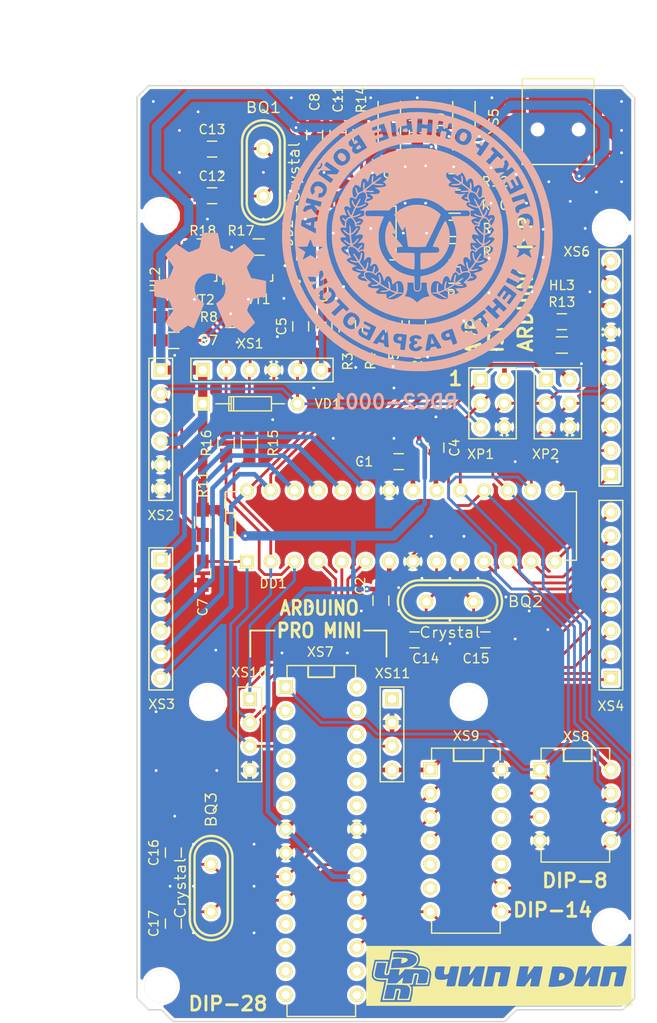
<source format=kicad_pcb>
(kicad_pcb (version 4) (host pcbnew 4.0.2-stable)
  (layers (0 F.Cu signal) (31 B.Cu signal) (34 B.Paste user) (35 F.Paste user) (36 B.SilkS user) (37 F.SilkS user) (38 B.Mask user) (39 F.Mask user) (44 Edge.Cuts user))
  (net 0 "")
  (net 1 "Net-(BQ1-Pad1)")
  (net 2 "Net-(BQ1-Pad2)")
  (net 3 "Net-(BQ2-Pad1)")
  (net 4 "Net-(BQ2-Pad2)")
  (net 5 XTAL1)
  (net 6 XTAL2)
  (net 7 AREF)
  (net 8 GND)
  (net 9 5V)
  (net 10 3V3)
  (net 11 "Net-(C5-Pad1)")
  (net 12 RES)
  (net 13 "Net-(C11-Pad1)")
  (net 14 D0)
  (net 15 D1)
  (net 16 D2)
  (net 17 D3)
  (net 18 D4)
  (net 19 D5)
  (net 20 D6)
  (net 21 D7)
  (net 22 D8)
  (net 23 D9)
  (net 24 D10/SS)
  (net 25 D11/MOSI)
  (net 26 D12/MISO)
  (net 27 D13/SCK)
  (net 28 A0)
  (net 29 A1)
  (net 30 A2)
  (net 31 A3)
  (net 32 A4/SDA)
  (net 33 A5/SCL)
  (net 34 TXD)
  (net 35 "Net-(DD2-Pad3)")
  (net 36 RXD)
  (net 37 "Net-(DD2-Pad6)")
  (net 38 "Net-(DD2-Pad8)")
  (net 39 "Net-(DD2-Pad9)")
  (net 40 "Net-(DD2-Pad10)")
  (net 41 "Net-(DD2-Pad11)")
  (net 42 "Net-(DD2-Pad12)")
  (net 43 "Net-(DD2-Pad13)")
  (net 44 "Net-(DD2-Pad14)")
  (net 45 "Net-(DD2-Pad15)")
  (net 46 "Net-(DD2-Pad16)")
  (net 47 "Net-(DD2-Pad22)")
  (net 48 "Net-(DD2-Pad23)")
  (net 49 "Net-(DD2-Pad24)")
  (net 50 "Net-(HL1-Pad1)")
  (net 51 "Net-(HL1-Pad2)")
  (net 52 "Net-(HL2-Pad1)")
  (net 53 "Net-(HL2-Pad2)")
  (net 54 "Net-(HL3-Pad2)")
  (net 55 "Net-(R9-Pad2)")
  (net 56 "Net-(R10-Pad2)")
  (net 57 "Net-(XS2-Pad3)")
  (net 58 "Net-(XS5-Pad4)")
  (net 59 "Net-(XS7-Pad2)")
  (net 60 "Net-(XS7-Pad3)")
  (net 61 "Net-(XS7-Pad4)")
  (net 62 "Net-(XS7-Pad5)")
  (net 63 "Net-(XS7-Pad6)")
  (net 64 "Net-(XS7-Pad11)")
  (net 65 "Net-(XS7-Pad12)")
  (net 66 "Net-(XS7-Pad13)")
  (net 67 "Net-(XS7-Pad14)")
  (net 68 "Net-(XS7-Pad15)")
  (net 69 "Net-(XS7-Pad16)")
  (net 70 "Net-(XS7-Pad21)")
  (net 71 "Net-(XS7-Pad23)")
  (net 72 "Net-(XS7-Pad24)")
  (net 73 "Net-(XS7-Pad25)")
  (net 74 "Net-(XS7-Pad26)")
  (net 75 "Net-(XS7-Pad27)")
  (net 76 "Net-(XS7-Pad28)")
  (net 77 "Net-(XS9-Pad5)")
  (net 78 "Net-(XS9-Pad6)")
  (net 79 "Net-(XS9-Pad10)")
  (net 80 "Net-(XS9-Pad11)")
  (net 81 "Net-(XS9-Pad12)")
  (net 82 "Net-(XS9-Pad13)")
  (net 83 "Net-(XS11-Pad1)")
  (module NewComponents:Hole_3.5 (layer F.Cu) (at 109.26 158.37)
    (fp_text reference REF** hide)
    (fp_text value Hole_3.5)
    (pad 1 thru_hole circle (at 0 0) (size 3.5 3.5) (drill 3.5) (layers *.Cu F.SilkS))
  )
  (module NewComponents:Hole_3.5 (layer F.Cu) (at 61 164.72)
    (fp_text reference REF** hide)
    (fp_text value Hole_3.5)
    (pad 1 thru_hole circle (at 0 0) (size 3.5 3.5) (drill 3.5) (layers *.Cu F.SilkS))
  )
  (module Resistors_SMD:R_0805_HandSoldering (layer F.Cu) (at 65.5 85.5 180)
    (fp_text reference R18 (at 0 1.75 180) (layer F.SilkS))
    (fp_text value R)
    (pad 1 smd rect (at -1.35 0 180) (size 1.5 1.3) (layers F.Cu F.Paste F.Mask) (net 36 RXD))
    (pad 2 smd rect (at 1.35 0 180) (size 1.5 1.3) (layers F.Cu F.Paste F.Mask) (net 8 GND))
  )
  (module Resistors_SMD:R_0805_HandSoldering (layer F.Cu) (at 71.5 85.5 180)
    (fp_text reference R17 (at 1.9 1.75 180) (layer F.SilkS))
    (fp_text value R)
    (pad 1 smd rect (at -1.35 0 180) (size 1.5 1.3) (layers F.Cu F.Paste F.Mask) (net 34 TXD))
    (pad 2 smd rect (at 1.35 0 180) (size 1.5 1.3) (layers F.Cu F.Paste F.Mask) (net 8 GND))
  )
  (module NewComponents:CRYST_hc-49u_mm (layer F.Cu) (at 72 77.5 90)
    (fp_text reference BQ1 (at 6.95 0 360) (layer F.SilkS) (effects (font (size 1.143 1.27) (thickness 0.1524))))
    (fp_text value Crystal (at 0 3.302 90) (layer F.SilkS) (effects (font (size 1.143 1.27) (thickness 0.1524))))
    (pad 1 thru_hole circle (at -2.54 0 90) (size 1.5 1.5) (drill 0.9) (layers *.Cu *.Mask F.SilkS) (net 1 "Net-(BQ1-Pad1)"))
    (pad 2 thru_hole circle (at 2.54 0 90) (size 1.5 1.5) (drill 0.9) (layers *.Cu *.Mask F.SilkS) (net 2 "Net-(BQ1-Pad2)"))
  )
  (module NewComponents:CRYST_hc-49u_mm (layer F.Cu) (at 92 123.5)
    (fp_text reference BQ2 (at 8.1 0) (layer F.SilkS) (effects (font (size 1.143 1.27) (thickness 0.1524))))
    (fp_text value Crystal (at 0 3.302) (layer F.SilkS) (effects (font (size 1.143 1.27) (thickness 0.1524))))
    (pad 1 thru_hole circle (at -2.54 0) (size 1.5 1.5) (drill 0.9) (layers *.Cu *.Mask F.SilkS) (net 3 "Net-(BQ2-Pad1)"))
    (pad 2 thru_hole circle (at 2.54 0) (size 1.5 1.5) (drill 0.9) (layers *.Cu *.Mask F.SilkS) (net 4 "Net-(BQ2-Pad2)"))
  )
  (module NewComponents:CRYST_hc-49u_mm (layer F.Cu) (at 66.4 154.2 270)
    (fp_text reference BQ3 (at -8.4 0 270) (layer F.SilkS) (effects (font (size 1.143 1.27) (thickness 0.1524))))
    (fp_text value Crystal (at 0 3.302 270) (layer F.SilkS) (effects (font (size 1.143 1.27) (thickness 0.1524))))
    (pad 1 thru_hole circle (at -2.54 0 270) (size 1.5 1.5) (drill 0.9) (layers *.Cu *.Mask F.SilkS) (net 5 XTAL1))
    (pad 2 thru_hole circle (at 2.54 0 270) (size 1.5 1.5) (drill 0.9) (layers *.Cu *.Mask F.SilkS) (net 6 XTAL2))
  )
  (module Capacitors_SMD:C_0805_HandSoldering (layer F.Cu) (at 86.5 108.5 180)
    (fp_text reference C1 (at 3.7 0 180) (layer F.SilkS))
    (fp_text value C)
    (pad 1 smd rect (at -1.25 0 180) (size 1.5 1.25) (layers F.Cu F.Paste F.Mask) (net 7 AREF))
    (pad 2 smd rect (at 1.25 0 180) (size 1.5 1.25) (layers F.Cu F.Paste F.Mask) (net 8 GND))
  )
  (module Capacitors_SMD:C_0805_HandSoldering (layer F.Cu) (at 84.6 123.4 270)
    (fp_text reference C2 (at -1.6 2.2 270) (layer F.SilkS))
    (fp_text value C)
    (pad 1 smd rect (at -1.25 0 270) (size 1.5 1.25) (layers F.Cu F.Paste F.Mask) (net 9 5V))
    (pad 2 smd rect (at 1.25 0 270) (size 1.5 1.25) (layers F.Cu F.Paste F.Mask) (net 8 GND))
  )
  (module Capacitors_SMD:C_0805_HandSoldering (layer F.Cu) (at 78.5 94 90)
    (fp_text reference C3 (at 3.5 -0.05 90) (layer F.SilkS))
    (fp_text value C)
    (pad 1 smd rect (at -1.25 0 90) (size 1.5 1.25) (layers F.Cu F.Paste F.Mask) (net 8 GND))
    (pad 2 smd rect (at 1.25 0 90) (size 1.5 1.25) (layers F.Cu F.Paste F.Mask) (net 10 3V3))
  )
  (module Capacitors_SMD:C_0805_HandSoldering (layer F.Cu) (at 90.5 107 90)
    (fp_text reference C4 (at 0 2 90) (layer F.SilkS))
    (fp_text value C)
    (pad 1 smd rect (at -1.25 0 90) (size 1.5 1.25) (layers F.Cu F.Paste F.Mask) (net 9 5V))
    (pad 2 smd rect (at 1.25 0 90) (size 1.5 1.25) (layers F.Cu F.Paste F.Mask) (net 8 GND))
  )
  (module Capacitors_SMD:C_0805_HandSoldering (layer F.Cu) (at 76 94 270)
    (fp_text reference C5 (at 0 2.05 270) (layer F.SilkS))
    (fp_text value C)
    (pad 1 smd rect (at -1.25 0 270) (size 1.5 1.25) (layers F.Cu F.Paste F.Mask) (net 11 "Net-(C5-Pad1)"))
    (pad 2 smd rect (at 1.25 0 270) (size 1.5 1.25) (layers F.Cu F.Paste F.Mask) (net 12 RES))
  )
  (module Capacitors_SMD:C_0805_HandSoldering (layer F.Cu) (at 88.5 73.5 90)
    (fp_text reference C6 (at -3.7 -0.05 90) (layer F.SilkS))
    (fp_text value C)
    (pad 1 smd rect (at -1.25 0 90) (size 1.5 1.25) (layers F.Cu F.Paste F.Mask) (net 10 3V3))
    (pad 2 smd rect (at 1.25 0 90) (size 1.5 1.25) (layers F.Cu F.Paste F.Mask) (net 8 GND))
  )
  (module Capacitors_SMD:C_0805_HandSoldering (layer F.Cu) (at 65.5 120.45 270)
    (fp_text reference C7 (at 3.65 0 270) (layer F.SilkS))
    (fp_text value C)
    (pad 1 smd rect (at -1.25 0 270) (size 1.5 1.25) (layers F.Cu F.Paste F.Mask) (net 12 RES))
    (pad 2 smd rect (at 1.25 0 270) (size 1.5 1.25) (layers F.Cu F.Paste F.Mask) (net 8 GND))
  )
  (module Capacitors_SMD:C_0805_HandSoldering (layer F.Cu) (at 77.5 73.5 90)
    (fp_text reference C8 (at 3.55 0 90) (layer F.SilkS))
    (fp_text value C)
    (pad 1 smd rect (at -1.25 0 90) (size 1.5 1.25) (layers F.Cu F.Paste F.Mask) (net 9 5V))
    (pad 2 smd rect (at 1.25 0 90) (size 1.5 1.25) (layers F.Cu F.Paste F.Mask) (net 8 GND))
  )
  (module NewComponents:TantalC_SizeA_EIA-3216_HandSoldering_mm (layer F.Cu) (at 85.5 72.5 90)
    (fp_text reference C9 (at -4.8 0 90) (layer F.SilkS))
    (fp_text value CP)
    (fp_text user + (at -4.2 -1.9 90) (layer F.SilkS) (effects (font (size 1.5 1.5))))
    (pad 2 smd rect (at 1.99898 0 90) (size 3 1.5) (layers F.Cu F.Paste F.Mask) (net 8 GND))
    (pad 1 smd rect (at -1.99898 0 90) (size 3 1.5) (layers F.Cu F.Paste F.Mask) (net 10 3V3))
  )
  (module NewComponents:TantalC_SizeA_EIA-3216_HandSoldering_mm (layer F.Cu) (at 93.5 72.5 90)
    (fp_text reference C10 (at 0 -2.55 90) (layer F.SilkS))
    (fp_text value CP)
    (fp_text user + (at -3.35 2.1 90) (layer F.SilkS) (effects (font (size 1.5 1.5))))
    (pad 2 smd rect (at 1.99898 0 90) (size 3 1.5) (layers F.Cu F.Paste F.Mask) (net 8 GND))
    (pad 1 smd rect (at -1.99898 0 90) (size 3 1.5) (layers F.Cu F.Paste F.Mask) (net 9 5V))
  )
  (module Capacitors_SMD:C_0805_HandSoldering (layer F.Cu) (at 80 73.5 90)
    (fp_text reference C11 (at 3.85 0 90) (layer F.SilkS))
    (fp_text value C)
    (pad 1 smd rect (at -1.25 0 90) (size 1.5 1.25) (layers F.Cu F.Paste F.Mask) (net 13 "Net-(C11-Pad1)"))
    (pad 2 smd rect (at 1.25 0 90) (size 1.5 1.25) (layers F.Cu F.Paste F.Mask) (net 8 GND))
  )
  (module Capacitors_SMD:C_0805_HandSoldering (layer F.Cu) (at 66.5 80)
    (fp_text reference C12 (at 0 -2.1) (layer F.SilkS))
    (fp_text value C)
    (pad 1 smd rect (at -1.25 0) (size 1.5 1.25) (layers F.Cu F.Paste F.Mask) (net 8 GND))
    (pad 2 smd rect (at 1.25 0) (size 1.5 1.25) (layers F.Cu F.Paste F.Mask) (net 1 "Net-(BQ1-Pad1)"))
  )
  (module Capacitors_SMD:C_0805_HandSoldering (layer F.Cu) (at 66.5 75)
    (fp_text reference C13 (at 0 -2.1) (layer F.SilkS))
    (fp_text value C)
    (pad 1 smd rect (at -1.25 0) (size 1.5 1.25) (layers F.Cu F.Paste F.Mask) (net 8 GND))
    (pad 2 smd rect (at 1.25 0) (size 1.5 1.25) (layers F.Cu F.Paste F.Mask) (net 2 "Net-(BQ1-Pad2)"))
  )
  (module Capacitors_SMD:C_0805_HandSoldering (layer F.Cu) (at 88.2 127.6)
    (fp_text reference C14 (at 1.2 2) (layer F.SilkS))
    (fp_text value C)
    (pad 1 smd rect (at -1.25 0) (size 1.5 1.25) (layers F.Cu F.Paste F.Mask) (net 8 GND))
    (pad 2 smd rect (at 1.25 0) (size 1.5 1.25) (layers F.Cu F.Paste F.Mask) (net 3 "Net-(BQ2-Pad1)"))
  )
  (module Capacitors_SMD:C_0805_HandSoldering (layer F.Cu) (at 95.8 127.6 180)
    (fp_text reference C15 (at 1 -2 180) (layer F.SilkS))
    (fp_text value C)
    (pad 1 smd rect (at -1.25 0 180) (size 1.5 1.25) (layers F.Cu F.Paste F.Mask) (net 8 GND))
    (pad 2 smd rect (at 1.25 0 180) (size 1.5 1.25) (layers F.Cu F.Paste F.Mask) (net 4 "Net-(BQ2-Pad2)"))
  )
  (module Capacitors_SMD:C_0805_HandSoldering (layer F.Cu) (at 62.35 150.4 270)
    (fp_text reference C16 (at 0 2.1 270) (layer F.SilkS))
    (fp_text value C)
    (pad 1 smd rect (at -1.25 0 270) (size 1.5 1.25) (layers F.Cu F.Paste F.Mask) (net 8 GND))
    (pad 2 smd rect (at 1.25 0 270) (size 1.5 1.25) (layers F.Cu F.Paste F.Mask) (net 5 XTAL1))
  )
  (module Capacitors_SMD:C_0805_HandSoldering (layer F.Cu) (at 62.35 158 90)
    (fp_text reference C17 (at 0 -2.1 90) (layer F.SilkS))
    (fp_text value C)
    (pad 1 smd rect (at -1.25 0 90) (size 1.5 1.25) (layers F.Cu F.Paste F.Mask) (net 8 GND))
    (pad 2 smd rect (at 1.25 0 90) (size 1.5 1.25) (layers F.Cu F.Paste F.Mask) (net 6 XTAL2))
  )
  (module NewComponents:DIP-28_W7.62mm_0.9x1.5 (layer F.Cu) (at 70.25 119.2 90)
    (fp_text reference DD1 (at -2.35 2.8 180) (layer F.SilkS))
    (fp_text value ATMEGA328P-P)
    (pad 1 thru_hole rect (at 0 0 90) (size 1.5 1.5) (drill 0.9) (layers *.Cu *.Mask F.SilkS) (net 12 RES))
    (pad 2 thru_hole circle (at 0 2.54 90) (size 1.5 1.5) (drill 0.9) (layers *.Cu *.Mask F.SilkS) (net 14 D0))
    (pad 3 thru_hole circle (at 0 5.08 90) (size 1.5 1.5) (drill 0.9) (layers *.Cu *.Mask F.SilkS) (net 15 D1))
    (pad 4 thru_hole circle (at 0 7.62 90) (size 1.5 1.5) (drill 0.9) (layers *.Cu *.Mask F.SilkS) (net 16 D2))
    (pad 5 thru_hole circle (at 0 10.16 90) (size 1.5 1.5) (drill 0.9) (layers *.Cu *.Mask F.SilkS) (net 17 D3))
    (pad 6 thru_hole circle (at 0 12.7 90) (size 1.5 1.5) (drill 0.9) (layers *.Cu *.Mask F.SilkS) (net 18 D4))
    (pad 7 thru_hole circle (at 0 15.24 90) (size 1.5 1.5) (drill 0.9) (layers *.Cu *.Mask F.SilkS) (net 9 5V))
    (pad 8 thru_hole circle (at 0 17.78 90) (size 1.5 1.5) (drill 0.9) (layers *.Cu *.Mask F.SilkS) (net 8 GND))
    (pad 9 thru_hole circle (at 0 20.32 90) (size 1.5 1.5) (drill 0.9) (layers *.Cu *.Mask F.SilkS) (net 3 "Net-(BQ2-Pad1)"))
    (pad 10 thru_hole circle (at 0 22.86 90) (size 1.5 1.5) (drill 0.9) (layers *.Cu *.Mask F.SilkS) (net 4 "Net-(BQ2-Pad2)"))
    (pad 11 thru_hole circle (at 0 25.4 90) (size 1.5 1.5) (drill 0.9) (layers *.Cu *.Mask F.SilkS) (net 19 D5))
    (pad 12 thru_hole circle (at 0 27.94 90) (size 1.5 1.5) (drill 0.9) (layers *.Cu *.Mask F.SilkS) (net 20 D6))
    (pad 13 thru_hole circle (at 0 30.48 90) (size 1.5 1.5) (drill 0.9) (layers *.Cu *.Mask F.SilkS) (net 21 D7))
    (pad 14 thru_hole circle (at 0 33.02 90) (size 1.5 1.5) (drill 0.9) (layers *.Cu *.Mask F.SilkS) (net 22 D8))
    (pad 15 thru_hole circle (at 7.62 33.02 270) (size 1.5 1.5) (drill 0.9) (layers *.Cu *.Mask F.SilkS) (net 23 D9))
    (pad 16 thru_hole circle (at 7.62 30.48 270) (size 1.5 1.5) (drill 0.9) (layers *.Cu *.Mask F.SilkS) (net 24 D10/SS))
    (pad 17 thru_hole circle (at 7.62 27.94 270) (size 1.5 1.5) (drill 0.9) (layers *.Cu *.Mask F.SilkS) (net 25 D11/MOSI))
    (pad 18 thru_hole circle (at 7.62 25.4 270) (size 1.5 1.5) (drill 0.9) (layers *.Cu *.Mask F.SilkS) (net 26 D12/MISO))
    (pad 19 thru_hole circle (at 7.62 22.86 270) (size 1.5 1.5) (drill 0.9) (layers *.Cu *.Mask F.SilkS) (net 27 D13/SCK))
    (pad 20 thru_hole circle (at 7.62 20.32 270) (size 1.5 1.5) (drill 0.9) (layers *.Cu *.Mask F.SilkS) (net 9 5V))
    (pad 21 thru_hole circle (at 7.62 17.78 270) (size 1.5 1.5) (drill 0.9) (layers *.Cu *.Mask F.SilkS) (net 7 AREF))
    (pad 22 thru_hole circle (at 7.62 15.24 270) (size 1.5 1.5) (drill 0.9) (layers *.Cu *.Mask F.SilkS) (net 8 GND))
    (pad 23 thru_hole circle (at 7.62 12.7 270) (size 1.5 1.5) (drill 0.9) (layers *.Cu *.Mask F.SilkS) (net 28 A0))
    (pad 24 thru_hole circle (at 7.62 10.16 270) (size 1.5 1.5) (drill 0.9) (layers *.Cu *.Mask F.SilkS) (net 29 A1))
    (pad 25 thru_hole circle (at 7.62 7.62 270) (size 1.5 1.5) (drill 0.9) (layers *.Cu *.Mask F.SilkS) (net 30 A2))
    (pad 26 thru_hole circle (at 7.62 5.08 270) (size 1.5 1.5) (drill 0.9) (layers *.Cu *.Mask F.SilkS) (net 31 A3))
    (pad 27 thru_hole circle (at 7.62 2.54 270) (size 1.5 1.5) (drill 0.9) (layers *.Cu *.Mask F.SilkS) (net 32 A4/SDA))
    (pad 28 thru_hole circle (at 7.62 0 270) (size 1.5 1.5) (drill 0.9) (layers *.Cu *.Mask F.SilkS) (net 33 A5/SCL))
  )
  (module Housings_SSOP:SSOP-28_5.3x10.2mm_Pitch0.65mm (layer F.Cu) (at 80.9 84 90)
    (fp_text reference DD2 (at 0 -6.25 90) (layer F.SilkS))
    (fp_text value PL2303TA)
    (pad 1 smd rect (at -3.6 -4.225 90) (size 1.75 0.45) (layers F.Cu F.Paste F.Mask) (net 34 TXD))
    (pad 2 smd rect (at -3.6 -3.575 90) (size 1.75 0.45) (layers F.Cu F.Paste F.Mask) (net 11 "Net-(C5-Pad1)"))
    (pad 3 smd rect (at -3.6 -2.925 90) (size 1.75 0.45) (layers F.Cu F.Paste F.Mask) (net 35 "Net-(DD2-Pad3)"))
    (pad 4 smd rect (at -3.6 -2.275 90) (size 1.75 0.45) (layers F.Cu F.Paste F.Mask) (net 10 3V3))
    (pad 5 smd rect (at -3.6 -1.625 90) (size 1.75 0.45) (layers F.Cu F.Paste F.Mask) (net 36 RXD))
    (pad 6 smd rect (at -3.6 -0.975 90) (size 1.75 0.45) (layers F.Cu F.Paste F.Mask) (net 37 "Net-(DD2-Pad6)"))
    (pad 7 smd rect (at -3.6 -0.325 90) (size 1.75 0.45) (layers F.Cu F.Paste F.Mask) (net 8 GND))
    (pad 8 smd rect (at -3.6 0.325 90) (size 1.75 0.45) (layers F.Cu F.Paste F.Mask) (net 38 "Net-(DD2-Pad8)"))
    (pad 9 smd rect (at -3.6 0.975 90) (size 1.75 0.45) (layers F.Cu F.Paste F.Mask) (net 39 "Net-(DD2-Pad9)"))
    (pad 10 smd rect (at -3.6 1.625 90) (size 1.75 0.45) (layers F.Cu F.Paste F.Mask) (net 40 "Net-(DD2-Pad10)"))
    (pad 11 smd rect (at -3.6 2.275 90) (size 1.75 0.45) (layers F.Cu F.Paste F.Mask) (net 41 "Net-(DD2-Pad11)"))
    (pad 12 smd rect (at -3.6 2.925 90) (size 1.75 0.45) (layers F.Cu F.Paste F.Mask) (net 42 "Net-(DD2-Pad12)"))
    (pad 13 smd rect (at -3.6 3.575 90) (size 1.75 0.45) (layers F.Cu F.Paste F.Mask) (net 43 "Net-(DD2-Pad13)"))
    (pad 14 smd rect (at -3.6 4.225 90) (size 1.75 0.45) (layers F.Cu F.Paste F.Mask) (net 44 "Net-(DD2-Pad14)"))
    (pad 15 smd rect (at 3.6 4.225 90) (size 1.75 0.45) (layers F.Cu F.Paste F.Mask) (net 45 "Net-(DD2-Pad15)"))
    (pad 16 smd rect (at 3.6 3.575 90) (size 1.75 0.45) (layers F.Cu F.Paste F.Mask) (net 46 "Net-(DD2-Pad16)"))
    (pad 17 smd rect (at 3.6 2.925 90) (size 1.75 0.45) (layers F.Cu F.Paste F.Mask) (net 10 3V3))
    (pad 18 smd rect (at 3.6 2.275 90) (size 1.75 0.45) (layers F.Cu F.Paste F.Mask) (net 8 GND))
    (pad 19 smd rect (at 3.6 1.625 90) (size 1.75 0.45) (layers F.Cu F.Paste F.Mask) (net 13 "Net-(C11-Pad1)"))
    (pad 20 smd rect (at 3.6 0.975 90) (size 1.75 0.45) (layers F.Cu F.Paste F.Mask) (net 9 5V))
    (pad 21 smd rect (at 3.6 0.325 90) (size 1.75 0.45) (layers F.Cu F.Paste F.Mask) (net 8 GND))
    (pad 22 smd rect (at 3.6 -0.325 90) (size 1.75 0.45) (layers F.Cu F.Paste F.Mask) (net 47 "Net-(DD2-Pad22)"))
    (pad 23 smd rect (at 3.6 -0.975 90) (size 1.75 0.45) (layers F.Cu F.Paste F.Mask) (net 48 "Net-(DD2-Pad23)"))
    (pad 24 smd rect (at 3.6 -1.625 90) (size 1.75 0.45) (layers F.Cu F.Paste F.Mask) (net 49 "Net-(DD2-Pad24)"))
    (pad 25 smd rect (at 3.6 -2.275 90) (size 1.75 0.45) (layers F.Cu F.Paste F.Mask) (net 8 GND))
    (pad 26 smd rect (at 3.6 -2.925 90) (size 1.75 0.45) (layers F.Cu F.Paste F.Mask) (net 8 GND))
    (pad 27 smd rect (at 3.6 -3.575 90) (size 1.75 0.45) (layers F.Cu F.Paste F.Mask) (net 2 "Net-(BQ1-Pad2)"))
    (pad 28 smd rect (at 3.6 -4.225 90) (size 1.75 0.45) (layers F.Cu F.Paste F.Mask) (net 1 "Net-(BQ1-Pad1)"))
  )
  (module Capacitors_SMD:C_0805_HandSoldering (layer F.Cu) (at 68.5 89 270)
    (fp_text reference HL1 (at 3.95 0 270) (layer F.SilkS))
    (fp_text value LED)
    (pad 1 smd rect (at -1.25 0 270) (size 1.5 1.25) (layers F.Cu F.Paste F.Mask) (net 50 "Net-(HL1-Pad1)"))
    (pad 2 smd rect (at 1.25 0 270) (size 1.5 1.25) (layers F.Cu F.Paste F.Mask) (net 51 "Net-(HL1-Pad2)"))
  )
  (module Capacitors_SMD:C_0805_HandSoldering (layer F.Cu) (at 62.5 89 270)
    (fp_text reference HL2 (at 0 2.1 270) (layer F.SilkS))
    (fp_text value LED)
    (pad 1 smd rect (at -1.25 0 270) (size 1.5 1.25) (layers F.Cu F.Paste F.Mask) (net 52 "Net-(HL2-Pad1)"))
    (pad 2 smd rect (at 1.25 0 270) (size 1.5 1.25) (layers F.Cu F.Paste F.Mask) (net 53 "Net-(HL2-Pad2)"))
  )
  (module Capacitors_SMD:C_0805_HandSoldering (layer F.Cu) (at 104 93.5 180)
    (fp_text reference HL3 (at 0 3.9 180) (layer F.SilkS))
    (fp_text value LED)
    (pad 1 smd rect (at -1.25 0 180) (size 1.5 1.25) (layers F.Cu F.Paste F.Mask) (net 8 GND))
    (pad 2 smd rect (at 1.25 0 180) (size 1.5 1.25) (layers F.Cu F.Paste F.Mask) (net 54 "Net-(HL3-Pad2)"))
  )
  (module Resistors_SMD:R_0805_HandSoldering (layer F.Cu) (at 92.5 86 180)
    (fp_text reference R1 (at -3.95 0 180) (layer F.SilkS))
    (fp_text value R)
    (pad 1 smd rect (at -1.35 0 180) (size 1.5 1.3) (layers F.Cu F.Paste F.Mask) (net 10 3V3))
    (pad 2 smd rect (at 1.35 0 180) (size 1.5 1.3) (layers F.Cu F.Paste F.Mask) (net 37 "Net-(DD2-Pad6)"))
  )
  (module Resistors_SMD:R_0805_HandSoldering (layer F.Cu) (at 92.5 88.5 180)
    (fp_text reference R2 (at -0.1 -2.1 180) (layer F.SilkS))
    (fp_text value R)
    (pad 1 smd rect (at -1.35 0 180) (size 1.5 1.3) (layers F.Cu F.Paste F.Mask) (net 10 3V3))
    (pad 2 smd rect (at 1.35 0 180) (size 1.5 1.3) (layers F.Cu F.Paste F.Mask) (net 39 "Net-(DD2-Pad9)"))
  )
  (module Resistors_SMD:R_0805_HandSoldering (layer F.Cu) (at 81 94 90)
    (fp_text reference R3 (at -3.75 0.05 90) (layer F.SilkS))
    (fp_text value R)
    (pad 1 smd rect (at -1.35 0 90) (size 1.5 1.3) (layers F.Cu F.Paste F.Mask) (net 10 3V3))
    (pad 2 smd rect (at 1.35 0 90) (size 1.5 1.3) (layers F.Cu F.Paste F.Mask) (net 40 "Net-(DD2-Pad10)"))
  )
  (module Resistors_SMD:R_0805_HandSoldering (layer F.Cu) (at 83.5 94 90)
    (fp_text reference R4 (at -3.7 0 90) (layer F.SilkS))
    (fp_text value R)
    (pad 1 smd rect (at -1.35 0 90) (size 1.5 1.3) (layers F.Cu F.Paste F.Mask) (net 10 3V3))
    (pad 2 smd rect (at 1.35 0 90) (size 1.5 1.3) (layers F.Cu F.Paste F.Mask) (net 41 "Net-(DD2-Pad11)"))
  )
  (module Resistors_SMD:R_0805_HandSoldering (layer F.Cu) (at 86 94 90)
    (fp_text reference R5 (at -3.65 0 90) (layer F.SilkS))
    (fp_text value R)
    (pad 1 smd rect (at -1.35 0 90) (size 1.5 1.3) (layers F.Cu F.Paste F.Mask) (net 10 3V3))
    (pad 2 smd rect (at 1.35 0 90) (size 1.5 1.3) (layers F.Cu F.Paste F.Mask) (net 43 "Net-(DD2-Pad13)"))
  )
  (module Resistors_SMD:R_0805_HandSoldering (layer F.Cu) (at 88.5 94 90)
    (fp_text reference R6 (at -3.6 0 90) (layer F.SilkS))
    (fp_text value R)
    (pad 1 smd rect (at -1.35 0 90) (size 1.5 1.3) (layers F.Cu F.Paste F.Mask) (net 10 3V3))
    (pad 2 smd rect (at 1.35 0 90) (size 1.5 1.3) (layers F.Cu F.Paste F.Mask) (net 44 "Net-(DD2-Pad14)"))
  )
  (module Resistors_SMD:R_0805_HandSoldering (layer F.Cu) (at 62.35 95.5)
    (fp_text reference R7 (at 3.8 0) (layer F.SilkS))
    (fp_text value R)
    (pad 1 smd rect (at -1.35 0) (size 1.5 1.3) (layers F.Cu F.Paste F.Mask) (net 9 5V))
    (pad 2 smd rect (at 1.35 0) (size 1.5 1.3) (layers F.Cu F.Paste F.Mask) (net 51 "Net-(HL1-Pad2)"))
  )
  (module Resistors_SMD:R_0805_HandSoldering (layer F.Cu) (at 62.35 93)
    (fp_text reference R8 (at 3.8 0) (layer F.SilkS))
    (fp_text value R)
    (pad 1 smd rect (at -1.35 0) (size 1.5 1.3) (layers F.Cu F.Paste F.Mask) (net 9 5V))
    (pad 2 smd rect (at 1.35 0) (size 1.5 1.3) (layers F.Cu F.Paste F.Mask) (net 53 "Net-(HL2-Pad2)"))
  )
  (module Resistors_SMD:R_0805_HandSoldering (layer F.Cu) (at 92.5 83.5)
    (fp_text reference R9 (at 3.95 0) (layer F.SilkS))
    (fp_text value R)
    (pad 1 smd rect (at -1.35 0) (size 1.5 1.3) (layers F.Cu F.Paste F.Mask) (net 46 "Net-(DD2-Pad16)"))
    (pad 2 smd rect (at 1.35 0) (size 1.5 1.3) (layers F.Cu F.Paste F.Mask) (net 55 "Net-(R9-Pad2)"))
  )
  (module Resistors_SMD:R_0805_HandSoldering (layer F.Cu) (at 92.5 81)
    (fp_text reference R10 (at 4.3 0) (layer F.SilkS))
    (fp_text value R)
    (pad 1 smd rect (at -1.35 0) (size 1.5 1.3) (layers F.Cu F.Paste F.Mask) (net 45 "Net-(DD2-Pad15)"))
    (pad 2 smd rect (at 1.35 0) (size 1.5 1.3) (layers F.Cu F.Paste F.Mask) (net 56 "Net-(R10-Pad2)"))
  )
  (module Resistors_SMD:R_0805_HandSoldering (layer F.Cu) (at 65.5 115 270)
    (fp_text reference R11 (at -4.05 0 270) (layer F.SilkS))
    (fp_text value R)
    (pad 1 smd rect (at -1.35 0 270) (size 1.5 1.3) (layers F.Cu F.Paste F.Mask) (net 9 5V))
    (pad 2 smd rect (at 1.35 0 270) (size 1.5 1.3) (layers F.Cu F.Paste F.Mask) (net 12 RES))
  )
  (module Resistors_SMD:R_0805_HandSoldering (layer F.Cu) (at 92.5 78.5 180)
    (fp_text reference R12 (at -4.35 0 180) (layer F.SilkS))
    (fp_text value R)
    (pad 1 smd rect (at -1.35 0 180) (size 1.5 1.3) (layers F.Cu F.Paste F.Mask) (net 56 "Net-(R10-Pad2)"))
    (pad 2 smd rect (at 1.35 0 180) (size 1.5 1.3) (layers F.Cu F.Paste F.Mask) (net 10 3V3))
  )
  (module Resistors_SMD:R_0805_HandSoldering (layer F.Cu) (at 104 96 180)
    (fp_text reference R13 (at 0 4.6 180) (layer F.SilkS))
    (fp_text value R)
    (pad 1 smd rect (at -1.35 0 180) (size 1.5 1.3) (layers F.Cu F.Paste F.Mask) (net 27 D13/SCK))
    (pad 2 smd rect (at 1.35 0 180) (size 1.5 1.3) (layers F.Cu F.Paste F.Mask) (net 54 "Net-(HL3-Pad2)"))
  )
  (module Resistors_SMD:R_0805_HandSoldering (layer F.Cu) (at 82.5 73.5 90)
    (fp_text reference R14 (at 3.8 0 90) (layer F.SilkS))
    (fp_text value R)
    (pad 1 smd rect (at -1.35 0 90) (size 1.5 1.3) (layers F.Cu F.Paste F.Mask) (net 13 "Net-(C11-Pad1)"))
    (pad 2 smd rect (at 1.35 0 90) (size 1.5 1.3) (layers F.Cu F.Paste F.Mask) (net 10 3V3))
  )
  (module Resistors_SMD:R_0805_HandSoldering (layer F.Cu) (at 70.5 106.5 90)
    (fp_text reference R15 (at 0 2.55 90) (layer F.SilkS))
    (fp_text value R)
    (pad 1 smd rect (at -1.35 0 90) (size 1.5 1.3) (layers F.Cu F.Paste F.Mask) (net 14 D0))
    (pad 2 smd rect (at 1.35 0 90) (size 1.5 1.3) (layers F.Cu F.Paste F.Mask) (net 34 TXD))
  )
  (module Resistors_SMD:R_0805_HandSoldering (layer F.Cu) (at 68 106.5 90)
    (fp_text reference R16 (at 0 -2.1 90) (layer F.SilkS))
    (fp_text value R)
    (pad 1 smd rect (at -1.35 0 90) (size 1.5 1.3) (layers F.Cu F.Paste F.Mask) (net 15 D1))
    (pad 2 smd rect (at 1.35 0 90) (size 1.5 1.3) (layers F.Cu F.Paste F.Mask) (net 36 RXD))
  )
  (module NewComponents:Diode_DO-35_SOD27_Horizontal_RM10_mm (layer F.Cu) (at 65.5 102.3)
    (fp_text reference VD1 (at 13.4 0) (layer F.SilkS))
    (fp_text value D)
    (pad 2 thru_hole circle (at 10.16052 -0.00254 180) (size 1.5 1.5) (drill 0.9) (layers *.Cu *.Mask F.SilkS) (net 12 RES))
    (pad 1 thru_hole rect (at 0.00052 -0.00254 180) (size 1.5 1.5) (drill 0.9) (layers *.Cu *.Mask F.SilkS) (net 9 5V))
  )
  (module NewComponents:SOT-23_mm (layer F.Cu) (at 71.5 88.5 180)
    (fp_text reference VT1 (at 0 -2.6 180) (layer F.SilkS))
    (fp_text value BSS138)
    (pad 1 smd rect (at -0.95 1 180) (size 0.8 0.8) (layers F.Cu F.Paste F.Mask) (net 34 TXD))
    (pad 2 smd rect (at 0.95 1 180) (size 0.8 0.8) (layers F.Cu F.Paste F.Mask) (net 8 GND))
    (pad 3 smd rect (at 0 -1 180) (size 0.8 0.8) (layers F.Cu F.Paste F.Mask) (net 50 "Net-(HL1-Pad1)"))
  )
  (module NewComponents:SOT-23_mm (layer F.Cu) (at 65.5 88.5 180)
    (fp_text reference VT2 (at 0 -2.65 180) (layer F.SilkS))
    (fp_text value BSS138)
    (pad 1 smd rect (at -0.95 1 180) (size 0.8 0.8) (layers F.Cu F.Paste F.Mask) (net 36 RXD))
    (pad 2 smd rect (at 0.95 1 180) (size 0.8 0.8) (layers F.Cu F.Paste F.Mask) (net 8 GND))
    (pad 3 smd rect (at 0 -1 180) (size 0.8 0.8) (layers F.Cu F.Paste F.Mask) (net 52 "Net-(HL2-Pad1)"))
  )
  (module NewComponents:Pin_Header_Straight_2x03_mm (layer F.Cu) (at 95.3 99.7)
    (fp_text reference XP1 (at 0 8) (layer F.SilkS))
    (fp_text value CONN_02X03)
    (pad 1 thru_hole rect (at 0 0) (size 1.5 1.5) (drill 0.9) (layers *.Cu *.Mask F.SilkS) (net 26 D12/MISO))
    (pad 2 thru_hole circle (at 2.54 0) (size 1.5 1.5) (drill 0.9) (layers *.Cu *.Mask F.SilkS) (net 9 5V))
    (pad 3 thru_hole circle (at 0 2.54) (size 1.5 1.5) (drill 0.9) (layers *.Cu *.Mask F.SilkS) (net 27 D13/SCK))
    (pad 4 thru_hole circle (at 2.54 2.54) (size 1.5 1.5) (drill 0.9) (layers *.Cu *.Mask F.SilkS) (net 25 D11/MOSI))
    (pad 5 thru_hole circle (at 0 5.08) (size 1.5 1.5) (drill 0.9) (layers *.Cu *.Mask F.SilkS) (net 12 RES))
    (pad 6 thru_hole circle (at 2.54 5.08) (size 1.5 1.5) (drill 0.9) (layers *.Cu *.Mask F.SilkS) (net 8 GND))
  )
  (module NewComponents:Pin_Header_Straight_2x03_mm (layer F.Cu) (at 102.3 99.7)
    (fp_text reference XP2 (at -0.05 8) (layer F.SilkS))
    (fp_text value CONN_02X03)
    (pad 1 thru_hole rect (at 0 0) (size 1.5 1.5) (drill 0.9) (layers *.Cu *.Mask F.SilkS) (net 26 D12/MISO))
    (pad 2 thru_hole circle (at 2.54 0) (size 1.5 1.5) (drill 0.9) (layers *.Cu *.Mask F.SilkS) (net 9 5V))
    (pad 3 thru_hole circle (at 0 2.54) (size 1.5 1.5) (drill 0.9) (layers *.Cu *.Mask F.SilkS) (net 27 D13/SCK))
    (pad 4 thru_hole circle (at 2.54 2.54) (size 1.5 1.5) (drill 0.9) (layers *.Cu *.Mask F.SilkS) (net 25 D11/MOSI))
    (pad 5 thru_hole circle (at 0 5.08) (size 1.5 1.5) (drill 0.9) (layers *.Cu *.Mask F.SilkS) (net 24 D10/SS))
    (pad 6 thru_hole circle (at 2.54 5.08) (size 1.5 1.5) (drill 0.9) (layers *.Cu *.Mask F.SilkS) (net 8 GND))
  )
  (module NewComponents:Pin_Header_Straight_1x06_mm (layer F.Cu) (at 65.5 98.68 90)
    (fp_text reference XS1 (at 2.83 5.1 180) (layer F.SilkS))
    (fp_text value CONN_01X06)
    (pad 1 thru_hole rect (at 0 0 90) (size 1.5 1.5) (drill 0.9) (layers *.Cu *.Mask F.SilkS) (net 9 5V))
    (pad 2 thru_hole circle (at 0 2.54 90) (size 1.5 1.5) (drill 0.9) (layers *.Cu *.Mask F.SilkS) (net 36 RXD))
    (pad 3 thru_hole circle (at 0 5.08 90) (size 1.5 1.5) (drill 0.9) (layers *.Cu *.Mask F.SilkS) (net 34 TXD))
    (pad 4 thru_hole circle (at 0 7.62 90) (size 1.5 1.5) (drill 0.9) (layers *.Cu *.Mask F.SilkS) (net 8 GND))
    (pad 5 thru_hole circle (at 0 10.16 90) (size 1.5 1.5) (drill 0.9) (layers *.Cu *.Mask F.SilkS) (net 12 RES))
    (pad 6 thru_hole circle (at 0 12.7 90) (size 1.5 1.5) (drill 0.9) (layers *.Cu *.Mask F.SilkS) (net 10 3V3))
  )
  (module NewComponents:Pin_Header_Straight_1x06_mm (layer F.Cu) (at 61 98.68)
    (fp_text reference XS2 (at 0 15.57) (layer F.SilkS))
    (fp_text value CONN_01X06)
    (pad 1 thru_hole rect (at 0 0) (size 1.5 1.5) (drill 0.9) (layers *.Cu *.Mask F.SilkS) (net 9 5V))
    (pad 2 thru_hole circle (at 0 2.54) (size 1.5 1.5) (drill 0.9) (layers *.Cu *.Mask F.SilkS) (net 12 RES))
    (pad 3 thru_hole circle (at 0 5.08) (size 1.5 1.5) (drill 0.9) (layers *.Cu *.Mask F.SilkS) (net 57 "Net-(XS2-Pad3)"))
    (pad 4 thru_hole circle (at 0 7.62) (size 1.5 1.5) (drill 0.9) (layers *.Cu *.Mask F.SilkS) (net 9 5V))
    (pad 5 thru_hole circle (at 0 10.16) (size 1.5 1.5) (drill 0.9) (layers *.Cu *.Mask F.SilkS) (net 8 GND))
    (pad 6 thru_hole circle (at 0 12.7) (size 1.5 1.5) (drill 0.9) (layers *.Cu *.Mask F.SilkS) (net 8 GND))
  )
  (module NewComponents:Pin_Header_Straight_1x06_mm (layer F.Cu) (at 61 119)
    (fp_text reference XS3 (at 0.1 15.5) (layer F.SilkS))
    (fp_text value CONN_01X06)
    (pad 1 thru_hole rect (at 0 0) (size 1.5 1.5) (drill 0.9) (layers *.Cu *.Mask F.SilkS) (net 28 A0))
    (pad 2 thru_hole circle (at 0 2.54) (size 1.5 1.5) (drill 0.9) (layers *.Cu *.Mask F.SilkS) (net 29 A1))
    (pad 3 thru_hole circle (at 0 5.08) (size 1.5 1.5) (drill 0.9) (layers *.Cu *.Mask F.SilkS) (net 30 A2))
    (pad 4 thru_hole circle (at 0 7.62) (size 1.5 1.5) (drill 0.9) (layers *.Cu *.Mask F.SilkS) (net 31 A3))
    (pad 5 thru_hole circle (at 0 10.16) (size 1.5 1.5) (drill 0.9) (layers *.Cu *.Mask F.SilkS) (net 32 A4/SDA))
    (pad 6 thru_hole circle (at 0 12.7) (size 1.5 1.5) (drill 0.9) (layers *.Cu *.Mask F.SilkS) (net 33 A5/SCL))
  )
  (module NewComponents:Pin_Header_Straight_1x08_mm (layer F.Cu) (at 109.26 131.7 180)
    (fp_text reference XS4 (at 0.01 -3 180) (layer F.SilkS))
    (fp_text value CONN_01X08)
    (pad 1 thru_hole rect (at 0 0 180) (size 1.5 1.5) (drill 0.9) (layers *.Cu *.Mask F.SilkS) (net 14 D0))
    (pad 2 thru_hole circle (at 0 2.54 180) (size 1.5 1.5) (drill 0.9) (layers *.Cu *.Mask F.SilkS) (net 15 D1))
    (pad 3 thru_hole circle (at 0 5.08 180) (size 1.5 1.5) (drill 0.9) (layers *.Cu *.Mask F.SilkS) (net 16 D2))
    (pad 4 thru_hole circle (at 0 7.62 180) (size 1.5 1.5) (drill 0.9) (layers *.Cu *.Mask F.SilkS) (net 17 D3))
    (pad 5 thru_hole circle (at 0 10.16 180) (size 1.5 1.5) (drill 0.9) (layers *.Cu *.Mask F.SilkS) (net 18 D4))
    (pad 6 thru_hole circle (at 0 12.7 180) (size 1.5 1.5) (drill 0.9) (layers *.Cu *.Mask F.SilkS) (net 19 D5))
    (pad 7 thru_hole circle (at 0 15.24 180) (size 1.5 1.5) (drill 0.9) (layers *.Cu *.Mask F.SilkS) (net 20 D6))
    (pad 8 thru_hole circle (at 0 17.78 180) (size 1.5 1.5) (drill 0.9) (layers *.Cu *.Mask F.SilkS) (net 21 D7))
  )
  (module NewComponents:USB_Mini-B_mm (layer F.Cu) (at 103.6 72.05 270)
    (fp_text reference XS5 (at 0 6.90118 270) (layer F.SilkS))
    (fp_text value USB_OTG)
    (pad 1 smd rect (at 3.45 -1.6 270) (size 2.3 0.5) (layers F.Cu F.Paste F.Mask) (net 9 5V))
    (pad 2 smd rect (at 3.45 -0.8 270) (size 2.3 0.5) (layers F.Cu F.Paste F.Mask) (net 55 "Net-(R9-Pad2)"))
    (pad 3 smd rect (at 3.45 0 270) (size 2.3 0.5) (layers F.Cu F.Paste F.Mask) (net 56 "Net-(R10-Pad2)"))
    (pad 4 smd rect (at 3.45 0.8 270) (size 2.3 0.5) (layers F.Cu F.Paste F.Mask) (net 58 "Net-(XS5-Pad4)"))
    (pad 5 smd rect (at 3.45 1.6 270) (size 2.3 0.5) (layers F.Cu F.Paste F.Mask) (net 8 GND))
    (pad 6 smd rect (at 3.35 -4.45 270) (size 2.5 2) (layers F.Cu F.Paste F.Mask) (net 8 GND))
    (pad 6 smd rect (at -2.15 -4.45 270) (size 2.5 2) (layers F.Cu F.Paste F.Mask) (net 8 GND))
    (pad 6 smd rect (at 3.35 4.45 270) (size 2.5 2) (layers F.Cu F.Paste F.Mask) (net 8 GND))
    (pad 6 smd rect (at -2.15 4.45 270) (size 2.5 2) (layers F.Cu F.Paste F.Mask) (net 8 GND))
    (pad "" np_thru_hole circle (at 0.85 -2.2 270) (size 0.9 0.9) (drill 0.9) (layers *.Cu *.Mask F.SilkS))
    (pad "" np_thru_hole circle (at 0.85 2.2 270) (size 0.9 0.9) (drill 0.9) (layers *.Cu *.Mask F.SilkS))
  )
  (module NewComponents:Pin_Header_Straight_1x10_mm (layer F.Cu) (at 109.26 109.856 180)
    (fp_text reference XS6 (at 3.66 23.856 180) (layer F.SilkS))
    (fp_text value CONN_01X10)
    (pad 1 thru_hole rect (at 0 0 180) (size 1.5 1.5) (drill 0.9) (layers *.Cu *.Mask F.SilkS) (net 22 D8))
    (pad 2 thru_hole circle (at 0 2.54 180) (size 1.5 1.5) (drill 0.9) (layers *.Cu *.Mask F.SilkS) (net 23 D9))
    (pad 3 thru_hole circle (at 0 5.08 180) (size 1.5 1.5) (drill 0.9) (layers *.Cu *.Mask F.SilkS) (net 24 D10/SS))
    (pad 4 thru_hole circle (at 0 7.62 180) (size 1.5 1.5) (drill 0.9) (layers *.Cu *.Mask F.SilkS) (net 25 D11/MOSI))
    (pad 5 thru_hole circle (at 0 10.16 180) (size 1.5 1.5) (drill 0.9) (layers *.Cu *.Mask F.SilkS) (net 26 D12/MISO))
    (pad 6 thru_hole circle (at 0 12.7 180) (size 1.5 1.5) (drill 0.9) (layers *.Cu *.Mask F.SilkS) (net 27 D13/SCK))
    (pad 7 thru_hole circle (at 0 15.24 180) (size 1.5 1.5) (drill 0.9) (layers *.Cu *.Mask F.SilkS) (net 8 GND))
    (pad 8 thru_hole circle (at 0 17.78 180) (size 1.5 1.5) (drill 0.9) (layers *.Cu *.Mask F.SilkS) (net 7 AREF))
    (pad 9 thru_hole circle (at 0 20.32 180) (size 1.5 1.5) (drill 0.9) (layers *.Cu *.Mask F.SilkS) (net 32 A4/SDA))
    (pad 10 thru_hole circle (at 0 22.86 180) (size 1.5 1.5) (drill 0.9) (layers *.Cu *.Mask F.SilkS) (net 33 A5/SCL))
  )
  (module NewComponents:DIP-28_W7.62mm_0.9x1.5 (layer F.Cu) (at 74.4 132.65)
    (fp_text reference XS7 (at 3.7 -3.75) (layer F.SilkS))
    (fp_text value ATMEGA328P-P)
    (pad 1 thru_hole rect (at 0 0) (size 1.5 1.5) (drill 0.9) (layers *.Cu *.Mask F.SilkS) (net 24 D10/SS))
    (pad 2 thru_hole circle (at 0 2.54) (size 1.5 1.5) (drill 0.9) (layers *.Cu *.Mask F.SilkS) (net 59 "Net-(XS7-Pad2)"))
    (pad 3 thru_hole circle (at 0 5.08) (size 1.5 1.5) (drill 0.9) (layers *.Cu *.Mask F.SilkS) (net 60 "Net-(XS7-Pad3)"))
    (pad 4 thru_hole circle (at 0 7.62) (size 1.5 1.5) (drill 0.9) (layers *.Cu *.Mask F.SilkS) (net 61 "Net-(XS7-Pad4)"))
    (pad 5 thru_hole circle (at 0 10.16) (size 1.5 1.5) (drill 0.9) (layers *.Cu *.Mask F.SilkS) (net 62 "Net-(XS7-Pad5)"))
    (pad 6 thru_hole circle (at 0 12.7) (size 1.5 1.5) (drill 0.9) (layers *.Cu *.Mask F.SilkS) (net 63 "Net-(XS7-Pad6)"))
    (pad 7 thru_hole circle (at 0 15.24) (size 1.5 1.5) (drill 0.9) (layers *.Cu *.Mask F.SilkS) (net 9 5V))
    (pad 8 thru_hole circle (at 0 17.78) (size 1.5 1.5) (drill 0.9) (layers *.Cu *.Mask F.SilkS) (net 8 GND))
    (pad 9 thru_hole circle (at 0 20.32) (size 1.5 1.5) (drill 0.9) (layers *.Cu *.Mask F.SilkS) (net 5 XTAL1))
    (pad 10 thru_hole circle (at 0 22.86) (size 1.5 1.5) (drill 0.9) (layers *.Cu *.Mask F.SilkS) (net 6 XTAL2))
    (pad 11 thru_hole circle (at 0 25.4) (size 1.5 1.5) (drill 0.9) (layers *.Cu *.Mask F.SilkS) (net 64 "Net-(XS7-Pad11)"))
    (pad 12 thru_hole circle (at 0 27.94) (size 1.5 1.5) (drill 0.9) (layers *.Cu *.Mask F.SilkS) (net 65 "Net-(XS7-Pad12)"))
    (pad 13 thru_hole circle (at 0 30.48) (size 1.5 1.5) (drill 0.9) (layers *.Cu *.Mask F.SilkS) (net 66 "Net-(XS7-Pad13)"))
    (pad 14 thru_hole circle (at 0 33.02) (size 1.5 1.5) (drill 0.9) (layers *.Cu *.Mask F.SilkS) (net 67 "Net-(XS7-Pad14)"))
    (pad 15 thru_hole circle (at 7.62 33.02 180) (size 1.5 1.5) (drill 0.9) (layers *.Cu *.Mask F.SilkS) (net 68 "Net-(XS7-Pad15)"))
    (pad 16 thru_hole circle (at 7.62 30.48 180) (size 1.5 1.5) (drill 0.9) (layers *.Cu *.Mask F.SilkS) (net 69 "Net-(XS7-Pad16)"))
    (pad 17 thru_hole circle (at 7.62 27.94 180) (size 1.5 1.5) (drill 0.9) (layers *.Cu *.Mask F.SilkS) (net 25 D11/MOSI))
    (pad 18 thru_hole circle (at 7.62 25.4 180) (size 1.5 1.5) (drill 0.9) (layers *.Cu *.Mask F.SilkS) (net 26 D12/MISO))
    (pad 19 thru_hole circle (at 7.62 22.86 180) (size 1.5 1.5) (drill 0.9) (layers *.Cu *.Mask F.SilkS) (net 27 D13/SCK))
    (pad 20 thru_hole circle (at 7.62 20.32 180) (size 1.5 1.5) (drill 0.9) (layers *.Cu *.Mask F.SilkS) (net 9 5V))
    (pad 21 thru_hole circle (at 7.62 17.78 180) (size 1.5 1.5) (drill 0.9) (layers *.Cu *.Mask F.SilkS) (net 70 "Net-(XS7-Pad21)"))
    (pad 22 thru_hole circle (at 7.62 15.24 180) (size 1.5 1.5) (drill 0.9) (layers *.Cu *.Mask F.SilkS) (net 8 GND))
    (pad 23 thru_hole circle (at 7.62 12.7 180) (size 1.5 1.5) (drill 0.9) (layers *.Cu *.Mask F.SilkS) (net 71 "Net-(XS7-Pad23)"))
    (pad 24 thru_hole circle (at 7.62 10.16 180) (size 1.5 1.5) (drill 0.9) (layers *.Cu *.Mask F.SilkS) (net 72 "Net-(XS7-Pad24)"))
    (pad 25 thru_hole circle (at 7.62 7.62 180) (size 1.5 1.5) (drill 0.9) (layers *.Cu *.Mask F.SilkS) (net 73 "Net-(XS7-Pad25)"))
    (pad 26 thru_hole circle (at 7.62 5.08 180) (size 1.5 1.5) (drill 0.9) (layers *.Cu *.Mask F.SilkS) (net 74 "Net-(XS7-Pad26)"))
    (pad 27 thru_hole circle (at 7.62 2.54 180) (size 1.5 1.5) (drill 0.9) (layers *.Cu *.Mask F.SilkS) (net 75 "Net-(XS7-Pad27)"))
    (pad 28 thru_hole circle (at 7.62 0 180) (size 1.5 1.5) (drill 0.9) (layers *.Cu *.Mask F.SilkS) (net 76 "Net-(XS7-Pad28)"))
  )
  (module NewComponents:DIP-8_W7.62mm_0.9x1.5 (layer F.Cu) (at 101.64 141.5)
    (fp_text reference XS8 (at 3.91 -3.55) (layer F.SilkS))
    (fp_text value ATTINY13A-P)
    (pad 1 thru_hole rect (at 0 0) (size 1.5 1.5) (drill 0.9) (layers *.Cu *.Mask F.SilkS) (net 24 D10/SS))
    (pad 2 thru_hole circle (at 0 2.54) (size 1.5 1.5) (drill 0.9) (layers *.Cu *.Mask F.SilkS) (net 5 XTAL1))
    (pad 8 thru_hole circle (at 7.62 0) (size 1.5 1.5) (drill 0.9) (layers *.Cu *.Mask F.SilkS) (net 9 5V))
    (pad 3 thru_hole circle (at 0 5.08) (size 1.5 1.5) (drill 0.9) (layers *.Cu *.Mask F.SilkS) (net 6 XTAL2))
    (pad 4 thru_hole circle (at 0 7.62) (size 1.5 1.5) (drill 0.9) (layers *.Cu *.Mask F.SilkS) (net 8 GND))
    (pad 5 thru_hole circle (at 7.62 7.62 180) (size 1.5 1.5) (drill 0.9) (layers *.Cu *.Mask F.SilkS) (net 25 D11/MOSI))
    (pad 6 thru_hole circle (at 7.62 5.08 180) (size 1.5 1.5) (drill 0.9) (layers *.Cu *.Mask F.SilkS) (net 26 D12/MISO))
    (pad 7 thru_hole circle (at 7.62 2.54 180) (size 1.5 1.5) (drill 0.9) (layers *.Cu *.Mask F.SilkS) (net 27 D13/SCK))
  )
  (module NewComponents:DIP-14_W7.62mm_0.9x1.5 (layer F.Cu) (at 89.9 141.5)
    (fp_text reference XS9 (at 3.85 -3.6) (layer F.SilkS))
    (fp_text value ATTINY24A-P)
    (pad 1 thru_hole rect (at 0 0) (size 1.5 1.5) (drill 0.9) (layers *.Cu *.Mask F.SilkS) (net 9 5V))
    (pad 2 thru_hole oval (at 0 2.54) (size 1.5 1.5) (drill 0.9) (layers *.Cu *.Mask F.SilkS) (net 5 XTAL1))
    (pad 8 thru_hole circle (at 7.62 15.24) (size 1.5 1.5) (drill 0.9) (layers *.Cu *.Mask F.SilkS) (net 26 D12/MISO))
    (pad 3 thru_hole oval (at 0 5.08) (size 1.5 1.5) (drill 0.9) (layers *.Cu *.Mask F.SilkS) (net 6 XTAL2))
    (pad 4 thru_hole oval (at 0 7.62) (size 1.5 1.5) (drill 0.9) (layers *.Cu *.Mask F.SilkS) (net 24 D10/SS))
    (pad 5 thru_hole oval (at 0 10.16) (size 1.5 1.5) (drill 0.9) (layers *.Cu *.Mask F.SilkS) (net 77 "Net-(XS9-Pad5)"))
    (pad 6 thru_hole oval (at 0 12.7) (size 1.5 1.5) (drill 0.9) (layers *.Cu *.Mask F.SilkS) (net 78 "Net-(XS9-Pad6)"))
    (pad 7 thru_hole oval (at 0 15.24) (size 1.5 1.5) (drill 0.9) (layers *.Cu *.Mask F.SilkS) (net 25 D11/MOSI))
    (pad 9 thru_hole oval (at 7.62 12.7 180) (size 1.5 1.5) (drill 0.9) (layers *.Cu *.Mask F.SilkS) (net 27 D13/SCK))
    (pad 10 thru_hole oval (at 7.62 10.16 180) (size 1.5 1.5) (drill 0.9) (layers *.Cu *.Mask F.SilkS) (net 79 "Net-(XS9-Pad10)"))
    (pad 11 thru_hole oval (at 7.62 7.62 180) (size 1.5 1.5) (drill 0.9) (layers *.Cu *.Mask F.SilkS) (net 80 "Net-(XS9-Pad11)"))
    (pad 12 thru_hole oval (at 7.62 5.08 180) (size 1.5 1.5) (drill 0.9) (layers *.Cu *.Mask F.SilkS) (net 81 "Net-(XS9-Pad12)"))
    (pad 13 thru_hole oval (at 7.62 2.54 180) (size 1.5 1.5) (drill 0.9) (layers *.Cu *.Mask F.SilkS) (net 82 "Net-(XS9-Pad13)"))
    (pad 14 thru_hole oval (at 7.62 0 180) (size 1.5 1.5) (drill 0.9) (layers *.Cu *.Mask F.SilkS) (net 8 GND))
  )
  (module NewComponents:Pin_Header_Straight_1x04_mm (layer F.Cu) (at 70.55 133.92)
    (fp_text reference XS10 (at -0.075 -2.825) (layer F.SilkS))
    (fp_text value CONN_01X04)
    (pad 1 thru_hole rect (at 0 0) (size 1.5 1.5) (drill 0.9) (layers *.Cu *.Mask F.SilkS) (net 15 D1))
    (pad 2 thru_hole oval (at 0 2.54) (size 1.5 1.5) (drill 0.9) (layers *.Cu *.Mask F.SilkS) (net 14 D0))
    (pad 3 thru_hole oval (at 0 5.08) (size 1.5 1.5) (drill 0.9) (layers *.Cu *.Mask F.SilkS) (net 12 RES))
    (pad 4 thru_hole oval (at 0 7.62) (size 1.5 1.5) (drill 0.9) (layers *.Cu *.Mask F.SilkS) (net 8 GND))
  )
  (module NewComponents:Pin_Header_Straight_1x04_mm (layer F.Cu) (at 85.79 133.92)
    (fp_text reference XS11 (at 0.055 -2.725) (layer F.SilkS))
    (fp_text value CONN_01X04)
    (pad 1 thru_hole rect (at 0 0) (size 1.5 1.5) (drill 0.9) (layers *.Cu *.Mask F.SilkS) (net 83 "Net-(XS11-Pad1)"))
    (pad 2 thru_hole oval (at 0 2.54) (size 1.5 1.5) (drill 0.9) (layers *.Cu *.Mask F.SilkS) (net 8 GND))
    (pad 3 thru_hole oval (at 0 5.08) (size 1.5 1.5) (drill 0.9) (layers *.Cu *.Mask F.SilkS) (net 12 RES))
    (pad 4 thru_hole oval (at 0 7.62) (size 1.5 1.5) (drill 0.9) (layers *.Cu *.Mask F.SilkS) (net 9 5V))
  )
  (module NewComponents:Hole_3.5 (layer F.Cu) (at 61 82.17)
    (fp_text reference REF** hide)
    (fp_text value Hole_3.5)
    (pad 1 thru_hole circle (at 0 0) (size 3.5 3.5) (drill 3.5) (layers *.Cu F.SilkS))
  )
  (module NewComponents:Hole_3.5 (layer F.Cu) (at 109.26 83.44)
    (fp_text reference REF** hide)
    (fp_text value Hole_3.5)
    (pad 1 thru_hole circle (at 0 0) (size 3.5 3.5) (drill 3.5) (layers *.Cu F.SilkS))
  )
  (module NewComponents:Hole_3.5 (layer F.Cu) (at 66.08 134.24)
    (fp_text reference REF** hide)
    (fp_text value Hole_3.5)
    (pad 1 thru_hole circle (at 0 0) (size 3.5 3.5) (drill 3.5) (layers *.Cu F.SilkS))
  )
  (module NewComponents:Hole_3.5 (layer F.Cu) (at 94.02 134.24)
    (fp_text reference REF** hide)
    (fp_text value Hole_3.5)
    (pad 1 thru_hole circle (at 0 0) (size 3.5 3.5) (drill 3.5) (layers *.Cu F.SilkS))
  )
  (module NewComponents:LOGO_chipdip (layer F.Cu) (at 97.25 163.6)
    (fp_text reference G*** hide)
    (fp_text value LOGO hide)
  )
  (module NewComponents:Logo_silk_OSHW_12x13mm (layer B.Cu) (at 66.3 89.35 180)
    (fp_text reference G*** hide)
    (fp_text value LOGO hide)
  )
  (module NewComponents:LOGO_RDC (layer B.Cu) (at 88.5 84.3 180)
    (fp_text reference G*** hide)
    (fp_text value LOGO hide)
  )
  (gr_text 1 (at 92.6 99.6) (layer F.SilkS) (effects (font (size 1.5 1.5) (thickness 0.3))))
  (gr_text RDC2-0001 (at 86.1 102.1) (layer B.SilkS) (effects (font (size 1.5 1.5) (thickness 0.3)) (justify mirror)))
  (gr_text DIP-28 (at 68.2 166.6) (layer F.SilkS) (effects (font (size 1.5 1.5) (thickness 0.3))))
  (gr_text DIP-14 (at 103 156.55) (layer F.SilkS) (effects (font (size 1.5 1.5) (thickness 0.3))))
  (gr_text DIP-8 (at 105.4 153.4) (layer F.SilkS) (effects (font (size 1.5 1.5) (thickness 0.3))))
  (gr_line (start 70.6 126.6) (end 73.2 126.6) (angle 90) (layer F.SilkS) (width 0.2))
  (gr_line (start 70.6 129.4) (end 70.6 126.6) (angle 90) (layer F.SilkS) (width 0.2))
  (gr_line (start 85.2 126.6) (end 85.2 129.4) (angle 90) (layer F.SilkS) (width 0.2))
  (gr_line (start 82.8 126.6) (end 85.2 126.6) (angle 90) (layer F.SilkS) (width 0.2))
  (gr_text "ARDUINO\nPRO MINI" (at 78 125.4) (layer F.SilkS) (effects (font (size 1.5 1.3) (thickness 0.3))))
  (gr_text "ARDUINO ISP" (at 100.1 89.45 90) (layer F.SilkS) (effects (font (size 1.5 1.5) (thickness 0.3))))
  (gr_text "AVR\nISP" (at 95.75 95 90) (layer F.SilkS) (effects (font (size 1.5 1.5) (thickness 0.3))))
  (gr_line (start 107.2 140.6) (end 107.2 139.2) (angle 90) (layer F.SilkS) (width 0.2))
  (gr_line (start 104.2 140.6) (end 107.2 140.6) (angle 90) (layer F.SilkS) (width 0.2))
  (gr_line (start 104.2 139.2) (end 104.2 140.6) (angle 90) (layer F.SilkS) (width 0.2))
  (gr_line (start 95.6 140.6) (end 95.6 139.2) (angle 90) (layer F.SilkS) (width 0.2))
  (gr_line (start 92.4 140.6) (end 95.6 140.6) (angle 90) (layer F.SilkS) (width 0.2))
  (gr_line (start 92.4 139.2) (end 92.4 140.6) (angle 90) (layer F.SilkS) (width 0.2))
  (gr_line (start 79.6 131.6) (end 79.6 130.4) (angle 90) (layer F.SilkS) (width 0.2))
  (gr_line (start 76.8 131.6) (end 79.6 131.6) (angle 90) (layer F.SilkS) (width 0.2))
  (gr_line (start 76.8 130.4) (end 76.8 131.6) (angle 90) (layer F.SilkS) (width 0.2))
  (gr_line (start 69 116.6) (end 68 116.6) (angle 90) (layer F.SilkS) (width 0.2))
  (gr_line (start 69 114) (end 69 116.6) (angle 90) (layer F.SilkS) (width 0.2))
  (gr_line (start 68 114) (end 69 114) (angle 90) (layer F.SilkS) (width 0.2))
  (gr_circle (center 75.8 89.2) (end 75.85 89.3) (layer F.SilkS) (width 0.2))
  (gr_circle (center 75.8 89.2) (end 75.85 89.3) (layer F.SilkS) (width 0.2))
  (gr_line (start 59.7 167.25) (end 59.75 167.25) (angle 90) (layer Edge.Cuts) (width 0.15))
  (gr_line (start 58.45 166) (end 59.7 167.25) (angle 90) (layer Edge.Cuts) (width 0.15))
  (gr_line (start 110.5 68.2) (end 111.8 69.5) (angle 90) (layer Edge.Cuts) (width 0.15))
  (gr_line (start 58.45 69.45) (end 58.45 69.5) (angle 90) (layer Edge.Cuts) (width 0.15))
  (gr_line (start 59.7 68.2) (end 58.45 69.45) (angle 90) (layer Edge.Cuts) (width 0.15))
  (gr_line (start 61.05 167.25) (end 59.75 167.25) (angle 90) (layer Edge.Cuts) (width 0.15))
  (gr_line (start 62.3 168.5) (end 61.05 167.25) (angle 90) (layer Edge.Cuts) (width 0.15))
  (gr_line (start 97.9 168.5) (end 62.3 168.5) (angle 90) (layer Edge.Cuts) (width 0.15))
  (gr_line (start 99.15 167.25) (end 97.9 168.5) (angle 90) (layer Edge.Cuts) (width 0.15))
  (gr_line (start 110.55 167.25) (end 99.15 167.25) (angle 90) (layer Edge.Cuts) (width 0.15))
  (gr_line (start 111.8 166) (end 110.55 167.25) (angle 90) (layer Edge.Cuts) (width 0.15))
  (gr_line (start 111.8 69.5) (end 111.8 166) (angle 90) (layer Edge.Cuts) (width 0.15))
  (gr_line (start 58.45 69.5) (end 58.45 166) (angle 90) (layer Edge.Cuts) (width 0.15))
  (gr_line (start 59.7 68.2) (end 110.5 68.2) (angle 90) (layer Edge.Cuts) (width 0.15))
  (segment (start 72 80.04) (end 67.79 80.04) (width 0.3) (layer F.Cu) (net 1))
  (segment (start 67.79 80.04) (end 67.75 80) (width 0.3) (layer F.Cu) (net 1))
  (segment (start 75.05 77.8) (end 75.85 77.8) (width 0.3) (layer F.Cu) (net 1))
  (segment (start 74.25 77.8) (end 75.05 77.8) (width 0.3) (layer F.Cu) (net 1))
  (segment (start 72.01 80.04) (end 74.25 77.8) (width 0.3) (layer F.Cu) (net 1))
  (segment (start 76.675 78.625) (end 76.675 80.4) (width 0.3) (layer F.Cu) (net 1))
  (segment (start 75.85 77.8) (end 76.675 78.625) (width 0.3) (layer F.Cu) (net 1))
  (segment (start 72 80.04) (end 72.01 80.04) (width 0.3) (layer F.Cu) (net 1))
  (segment (start 72 74.96) (end 67.79 74.96) (width 0.3) (layer F.Cu) (net 2))
  (segment (start 67.79 74.96) (end 67.75 75) (width 0.3) (layer F.Cu) (net 2))
  (segment (start 75.100002 77.199998) (end 76.098528 77.199998) (width 0.3) (layer F.Cu) (net 2))
  (segment (start 74.249998 77.199998) (end 75.100002 77.199998) (width 0.3) (layer F.Cu) (net 2))
  (segment (start 72.01 74.96) (end 74.249998 77.199998) (width 0.3) (layer F.Cu) (net 2))
  (segment (start 77.325 78.42647) (end 77.325 80.4) (width 0.3) (layer F.Cu) (net 2))
  (segment (start 76.098528 77.199998) (end 77.325 78.42647) (width 0.3) (layer F.Cu) (net 2))
  (segment (start 72 74.96) (end 72.01 74.96) (width 0.3) (layer F.Cu) (net 2))
  (segment (start 89.45 127.6) (end 89.45 123.51) (width 0.3) (layer F.Cu) (net 3))
  (segment (start 89.45 123.51) (end 89.46 123.5) (width 0.3) (layer F.Cu) (net 3))
  (segment (start 90.57 119.2) (end 90.57 122.39) (width 0.3) (layer F.Cu) (net 3))
  (segment (start 90.57 122.39) (end 89.46 123.5) (width 0.3) (layer F.Cu) (net 3))
  (segment (start 94.54 123.5) (end 94.54 127.59) (width 0.3) (layer F.Cu) (net 4))
  (segment (start 94.54 127.59) (end 94.55 127.6) (width 0.3) (layer F.Cu) (net 4))
  (segment (start 93.11 119.2) (end 93.11 122.07) (width 0.3) (layer F.Cu) (net 4))
  (segment (start 93.11 122.07) (end 94.54 123.5) (width 0.3) (layer F.Cu) (net 4))
  (segment (start 74.4 152.97) (end 74.48 152.97) (width 0.3) (layer F.Cu) (net 5))
  (segment (start 74.48 152.97) (end 78.3 149.15) (width 0.3) (layer F.Cu) (net 5))
  (segment (start 84.79 149.15) (end 89.9 144.04) (width 0.3) (layer F.Cu) (net 5))
  (segment (start 78.3 149.15) (end 84.79 149.15) (width 0.3) (layer F.Cu) (net 5))
  (segment (start 66.4 151.66) (end 62.36 151.66) (width 0.3) (layer F.Cu) (net 5))
  (segment (start 62.36 151.66) (end 62.35 151.65) (width 0.3) (layer F.Cu) (net 5))
  (segment (start 74.4 152.97) (end 67.71 152.97) (width 0.3) (layer F.Cu) (net 5))
  (segment (start 67.71 152.97) (end 66.4 151.66) (width 0.3) (layer F.Cu) (net 5))
  (segment (start 89.9 144.04) (end 89.96 144.04) (width 0.3) (layer F.Cu) (net 5))
  (segment (start 89.96 144.04) (end 91.2 142.8) (width 0.3) (layer F.Cu) (net 5))
  (segment (start 91.2 142.8) (end 98.6 142.8) (width 0.3) (layer F.Cu) (net 5))
  (segment (start 98.6 142.8) (end 99.84 144.04) (width 0.3) (layer F.Cu) (net 5))
  (segment (start 99.84 144.04) (end 101.64 144.04) (width 0.3) (layer F.Cu) (net 5))
  (segment (start 74.4 155.51) (end 74.4 155.5) (width 0.3) (layer F.Cu) (net 6))
  (segment (start 74.4 155.5) (end 78.2 151.7) (width 0.3) (layer F.Cu) (net 6))
  (segment (start 84.78 151.7) (end 89.9 146.58) (width 0.3) (layer F.Cu) (net 6))
  (segment (start 78.2 151.7) (end 84.78 151.7) (width 0.3) (layer F.Cu) (net 6))
  (segment (start 66.4 156.74) (end 62.36 156.74) (width 0.3) (layer F.Cu) (net 6))
  (segment (start 62.36 156.74) (end 62.35 156.75) (width 0.3) (layer F.Cu) (net 6))
  (segment (start 74.4 155.51) (end 67.63 155.51) (width 0.3) (layer F.Cu) (net 6))
  (segment (start 67.63 155.51) (end 66.4 156.74) (width 0.3) (layer F.Cu) (net 6))
  (segment (start 89.9 146.58) (end 89.92 146.58) (width 0.3) (layer F.Cu) (net 6))
  (segment (start 89.92 146.58) (end 91.2 145.3) (width 0.3) (layer F.Cu) (net 6))
  (segment (start 91.2 145.3) (end 98.45 145.3) (width 0.3) (layer F.Cu) (net 6))
  (segment (start 98.45 145.3) (end 99.73 146.58) (width 0.3) (layer F.Cu) (net 6))
  (segment (start 99.73 146.58) (end 101.64 146.58) (width 0.3) (layer F.Cu) (net 6))
  (segment (start 87.4 108.15) (end 87.4 103.1) (width 0.5) (layer F.Cu) (net 7))
  (segment (start 98.75 91.75) (end 108.934 91.75) (width 0.5) (layer F.Cu) (net 7))
  (segment (start 87.4 103.1) (end 98.75 91.75) (width 0.5) (layer F.Cu) (net 7))
  (segment (start 108.934 91.75) (end 109.26 92.076) (width 0.5) (layer F.Cu) (net 7))
  (segment (start 88.03 111.58) (end 88.03 108.78) (width 0.5) (layer F.Cu) (net 7))
  (segment (start 88.03 108.78) (end 87.4 108.15) (width 0.5) (layer F.Cu) (net 7))
  (via (at 106.1 98) (size 0.7) (drill 0.3) (layers F.Cu B.Cu) (net 8))
  (segment (start 109.26 94.84) (end 106.1 98) (width 0.3) (layer B.Cu) (net 8))
  (segment (start 109.26 94.616) (end 109.26 94.84) (width 0.3) (layer B.Cu) (net 8))
  (segment (start 100 93.5) (end 100 91.1) (width 0.3) (layer B.Cu) (net 8))
  (segment (start 100 91.1) (end 100.8 90.3) (width 0.3) (layer B.Cu) (net 8))
  (via (at 100.8 90.3) (size 0.7) (drill 0.3) (layers F.Cu B.Cu) (net 8))
  (segment (start 100.8 90.3) (end 107 90.3) (width 0.3) (layer F.Cu) (net 8))
  (via (at 107 90.3) (size 0.7) (drill 0.3) (layers F.Cu B.Cu) (net 8))
  (segment (start 80.575 89.7) (end 80.575 90.225) (width 0.3) (layer F.Cu) (net 8))
  (segment (start 80.575 90.225) (end 79.8 91) (width 0.3) (layer F.Cu) (net 8))
  (via (at 79.8 91) (size 0.7) (drill 0.3) (layers F.Cu B.Cu) (net 8))
  (segment (start 70.55 141.54) (end 67.06 141.54) (width 0.3) (layer F.Cu) (net 8))
  (segment (start 67.06 141.54) (end 67 141.6) (width 0.3) (layer F.Cu) (net 8))
  (via (at 67 141.6) (size 0.7) (drill 0.3) (layers F.Cu B.Cu) (net 8))
  (segment (start 67 141.6) (end 60.5 141.6) (width 0.3) (layer B.Cu) (net 8))
  (via (at 60.5 141.6) (size 0.7) (drill 0.3) (layers F.Cu B.Cu) (net 8))
  (segment (start 60.5 141.6) (end 60.5 135.3) (width 0.3) (layer F.Cu) (net 8))
  (via (at 60.5 135.3) (size 0.7) (drill 0.3) (layers F.Cu B.Cu) (net 8))
  (segment (start 60.5 135.3) (end 66.9 128.9) (width 0.3) (layer B.Cu) (net 8))
  (segment (start 66.9 128.9) (end 66.9 128.7) (width 0.3) (layer B.Cu) (net 8))
  (via (at 66.9 128.7) (size 0.7) (drill 0.3) (layers F.Cu B.Cu) (net 8))
  (segment (start 63 73) (end 63 72.7) (width 0.3) (layer F.Cu) (net 8))
  (segment (start 63 72.7) (end 60.2 69.9) (width 0.3) (layer F.Cu) (net 8))
  (via (at 60.2 69.9) (size 0.7) (drill 0.3) (layers F.Cu B.Cu) (net 8))
  (segment (start 73.5 95.1) (end 73.5 95.2) (width 0.3) (layer B.Cu) (net 8))
  (segment (start 73.5 95.2) (end 72 96.7) (width 0.3) (layer B.Cu) (net 8))
  (segment (start 72 96.7) (end 65.5 96.7) (width 0.3) (layer B.Cu) (net 8))
  (segment (start 65.5 96.7) (end 65.1 97.1) (width 0.3) (layer B.Cu) (net 8))
  (segment (start 65.1 97.1) (end 62.5 97.1) (width 0.3) (layer B.Cu) (net 8))
  (via (at 62.5 97.1) (size 0.7) (drill 0.3) (layers F.Cu B.Cu) (net 8))
  (segment (start 70.4 91.1) (end 64.6 91.1) (width 0.3) (layer B.Cu) (net 8))
  (via (at 64.6 91.1) (size 0.7) (drill 0.3) (layers F.Cu B.Cu) (net 8))
  (segment (start 74.2 91) (end 74.2 87.6) (width 0.3) (layer B.Cu) (net 8))
  (segment (start 74.2 87.6) (end 74.3 87.5) (width 0.3) (layer B.Cu) (net 8))
  (via (at 74.3 87.5) (size 0.7) (drill 0.3) (layers F.Cu B.Cu) (net 8))
  (segment (start 73.12 98.68) (end 73.12 95.48) (width 0.3) (layer B.Cu) (net 8))
  (segment (start 73.12 95.48) (end 73.5 95.1) (width 0.3) (layer B.Cu) (net 8))
  (via (at 73.5 95.1) (size 0.7) (drill 0.3) (layers F.Cu B.Cu) (net 8))
  (segment (start 73.5 95.1) (end 74.2 94.4) (width 0.3) (layer F.Cu) (net 8))
  (segment (start 74.2 94.4) (end 74.2 91) (width 0.3) (layer F.Cu) (net 8))
  (via (at 74.2 91) (size 0.7) (drill 0.3) (layers F.Cu B.Cu) (net 8))
  (segment (start 74.2 91) (end 74.1 91.1) (width 0.3) (layer B.Cu) (net 8))
  (segment (start 74.1 91.1) (end 70.4 91.1) (width 0.3) (layer B.Cu) (net 8))
  (segment (start 70.4 91.1) (end 70.4 91.1) (width 0.3) (layer B.Cu) (net 8))
  (via (at 70.4 91.1) (size 0.7) (drill 0.3) (layers F.Cu B.Cu) (net 8))
  (segment (start 70.4 91.1) (end 70.3 91.2) (width 0.3) (layer F.Cu) (net 8))
  (segment (start 70.3 91.2) (end 70.3 93) (width 0.3) (layer F.Cu) (net 8))
  (segment (start 70.3 93) (end 69.2 94.1) (width 0.3) (layer F.Cu) (net 8))
  (segment (start 69.2 94.1) (end 69.2 95.7) (width 0.3) (layer F.Cu) (net 8))
  (via (at 69.2 95.7) (size 0.7) (drill 0.3) (layers F.Cu B.Cu) (net 8))
  (segment (start 72 82.5) (end 72 82.4) (width 0.3) (layer F.Cu) (net 8))
  (segment (start 72 82.4) (end 74.9 79.5) (width 0.3) (layer F.Cu) (net 8))
  (via (at 74.9 79.5) (size 0.7) (drill 0.3) (layers F.Cu B.Cu) (net 8))
  (segment (start 96.2 86.7) (end 96.2 90.4) (width 0.3) (layer F.Cu) (net 8))
  (via (at 96.2 90.4) (size 0.7) (drill 0.3) (layers F.Cu B.Cu) (net 8))
  (segment (start 96.2 90.4) (end 94.5 92.1) (width 0.3) (layer B.Cu) (net 8))
  (segment (start 94.5 92.1) (end 94.5 92.4) (width 0.3) (layer B.Cu) (net 8))
  (segment (start 94.5 92.4) (end 93.5 93.4) (width 0.3) (layer B.Cu) (net 8))
  (via (at 93.5 93.4) (size 0.7) (drill 0.3) (layers F.Cu B.Cu) (net 8))
  (segment (start 93.5 93.4) (end 89.6 97.3) (width 0.3) (layer F.Cu) (net 8))
  (via (at 89.6 97.3) (size 0.7) (drill 0.3) (layers F.Cu B.Cu) (net 8))
  (segment (start 89.6 97.3) (end 88.6 98.3) (width 0.3) (layer B.Cu) (net 8))
  (segment (start 88.6 98.3) (end 85.9 98.3) (width 0.3) (layer B.Cu) (net 8))
  (via (at 85.9 98.3) (size 0.7) (drill 0.3) (layers F.Cu B.Cu) (net 8))
  (segment (start 85.9 98.3) (end 85.8 98.4) (width 0.3) (layer F.Cu) (net 8))
  (segment (start 85.8 98.4) (end 81.9 98.4) (width 0.3) (layer F.Cu) (net 8))
  (via (at 81.9 98.4) (size 0.7) (drill 0.3) (layers F.Cu B.Cu) (net 8))
  (segment (start 81.9 98.4) (end 81.9 99.8) (width 0.3) (layer B.Cu) (net 8))
  (segment (start 81.9 99.8) (end 81.1 100.6) (width 0.3) (layer B.Cu) (net 8))
  (segment (start 81.1 100.6) (end 77.4 100.6) (width 0.3) (layer B.Cu) (net 8))
  (via (at 77.4 100.6) (size 0.7) (drill 0.3) (layers F.Cu B.Cu) (net 8))
  (segment (start 77.4 100.6) (end 86 100.6) (width 0.3) (layer F.Cu) (net 8))
  (via (at 86 100.6) (size 0.7) (drill 0.3) (layers F.Cu B.Cu) (net 8))
  (segment (start 108.05 69.9) (end 110.4 69.9) (width 0.3) (layer F.Cu) (net 8))
  (via (at 110.4 69.9) (size 0.7) (drill 0.3) (layers F.Cu B.Cu) (net 8))
  (segment (start 110.4 69.9) (end 110.4 73) (width 0.3) (layer B.Cu) (net 8))
  (via (at 110.4 73) (size 0.7) (drill 0.3) (layers F.Cu B.Cu) (net 8))
  (segment (start 110.4 73) (end 110.4 75.4) (width 0.3) (layer F.Cu) (net 8))
  (via (at 110.4 75.4) (size 0.7) (drill 0.3) (layers F.Cu B.Cu) (net 8))
  (segment (start 110.4 75.4) (end 110.4 78.5) (width 0.3) (layer B.Cu) (net 8))
  (via (at 110.4 78.5) (size 0.7) (drill 0.3) (layers F.Cu B.Cu) (net 8))
  (segment (start 110.4 78.5) (end 109.3 79.6) (width 0.3) (layer F.Cu) (net 8))
  (segment (start 109.3 79.6) (end 107.7 79.6) (width 0.3) (layer F.Cu) (net 8))
  (via (at 107.7 79.6) (size 0.7) (drill 0.3) (layers F.Cu B.Cu) (net 8))
  (segment (start 107.7 79.6) (end 106.5 80.8) (width 0.3) (layer B.Cu) (net 8))
  (segment (start 106.5 80.8) (end 106.5 83.5) (width 0.3) (layer B.Cu) (net 8))
  (via (at 106.5 83.5) (size 0.7) (drill 0.3) (layers F.Cu B.Cu) (net 8))
  (segment (start 106.5 83.5) (end 104.7 84.7) (width 0.3) (layer F.Cu) (net 8))
  (segment (start 104.7 84.7) (end 104.9 84.5) (width 0.3) (layer F.Cu) (net 8))
  (segment (start 104.9 84.5) (end 104.9 80.6) (width 0.3) (layer F.Cu) (net 8))
  (via (at 104.9 80.6) (size 0.7) (drill 0.3) (layers F.Cu B.Cu) (net 8))
  (segment (start 104.9 80.6) (end 102 83.5) (width 0.3) (layer B.Cu) (net 8))
  (segment (start 102 83.5) (end 102 83.6) (width 0.3) (layer B.Cu) (net 8))
  (via (at 102 83.6) (size 0.7) (drill 0.3) (layers F.Cu B.Cu) (net 8))
  (segment (start 102 83.6) (end 101.7 83.9) (width 0.3) (layer F.Cu) (net 8))
  (segment (start 101.7 83.9) (end 96.2 83.9) (width 0.3) (layer F.Cu) (net 8))
  (via (at 96.2 83.9) (size 0.7) (drill 0.3) (layers F.Cu B.Cu) (net 8))
  (segment (start 96.2 83.9) (end 96.2 86.7) (width 0.3) (layer B.Cu) (net 8))
  (via (at 96.2 86.7) (size 0.7) (drill 0.3) (layers F.Cu B.Cu) (net 8))
  (segment (start 96.2 86.7) (end 96.3 86.6) (width 0.3) (layer F.Cu) (net 8))
  (segment (start 96.3 86.6) (end 102 86.6) (width 0.3) (layer F.Cu) (net 8))
  (via (at 102 86.6) (size 0.7) (drill 0.3) (layers F.Cu B.Cu) (net 8))
  (segment (start 102 86.6) (end 102.2 86.4) (width 0.3) (layer B.Cu) (net 8))
  (segment (start 102.2 86.4) (end 106.6 86.4) (width 0.3) (layer B.Cu) (net 8))
  (via (at 106.6 86.4) (size 0.7) (drill 0.3) (layers F.Cu B.Cu) (net 8))
  (segment (start 96.4 77) (end 96.4 80.8) (width 0.3) (layer B.Cu) (net 8))
  (via (at 96.4 80.8) (size 0.7) (drill 0.3) (layers F.Cu B.Cu) (net 8))
  (segment (start 96.4 80.8) (end 100.2 80.8) (width 0.3) (layer F.Cu) (net 8))
  (via (at 100.2 80.8) (size 0.7) (drill 0.3) (layers F.Cu B.Cu) (net 8))
  (segment (start 100.2 80.8) (end 102.5 78.5) (width 0.3) (layer B.Cu) (net 8))
  (segment (start 102.5 78.5) (end 102.6 78.5) (width 0.3) (layer B.Cu) (net 8))
  (via (at 102.6 78.5) (size 0.7) (drill 0.3) (layers F.Cu B.Cu) (net 8))
  (segment (start 102.6 78.5) (end 102.5 78.4) (width 0.3) (layer F.Cu) (net 8))
  (segment (start 102.5 78.4) (end 99.8 78.4) (width 0.3) (layer F.Cu) (net 8))
  (segment (start 99.8 78.4) (end 99.1 77.7) (width 0.3) (layer F.Cu) (net 8))
  (via (at 99.1 77.7) (size 0.7) (drill 0.3) (layers F.Cu B.Cu) (net 8))
  (segment (start 83.7 77.55) (end 86.6 77.5) (width 0.3) (layer B.Cu) (net 8))
  (segment (start 86.6 77.5) (end 87.2 76.9) (width 0.3) (layer B.Cu) (net 8))
  (via (at 87.2 76.9) (size 0.7) (drill 0.3) (layers F.Cu B.Cu) (net 8))
  (segment (start 87.2 76.9) (end 87.2 80.8) (width 0.3) (layer F.Cu) (net 8))
  (via (at 87.2 80.8) (size 0.7) (drill 0.3) (layers F.Cu B.Cu) (net 8))
  (segment (start 87.2 80.8) (end 89.4 80.8) (width 0.3) (layer B.Cu) (net 8))
  (via (at 89.4 80.8) (size 0.7) (drill 0.3) (layers F.Cu B.Cu) (net 8))
  (segment (start 89.4 80.8) (end 89.4 76.8) (width 0.3) (layer F.Cu) (net 8))
  (via (at 89.4 76.8) (size 0.7) (drill 0.3) (layers F.Cu B.Cu) (net 8))
  (segment (start 89.4 76.8) (end 89.5 76.9) (width 0.3) (layer B.Cu) (net 8))
  (segment (start 89.5 76.9) (end 92.4 76.9) (width 0.3) (layer B.Cu) (net 8))
  (via (at 92.4 76.9) (size 0.7) (drill 0.3) (layers F.Cu B.Cu) (net 8))
  (segment (start 92.4 76.9) (end 92.5 77) (width 0.3) (layer F.Cu) (net 8))
  (segment (start 92.5 77) (end 96.4 77) (width 0.3) (layer F.Cu) (net 8))
  (via (at 96.4 77) (size 0.7) (drill 0.3) (layers F.Cu B.Cu) (net 8))
  (segment (start 96.4 77) (end 96.4 77.1) (width 0.3) (layer B.Cu) (net 8))
  (segment (start 64.5 154) (end 62 154) (width 0.3) (layer B.Cu) (net 8))
  (via (at 62 154) (size 0.7) (drill 0.3) (layers F.Cu B.Cu) (net 8))
  (segment (start 62.35 149.15) (end 62.35 146.65) (width 0.3) (layer F.Cu) (net 8))
  (segment (start 62.35 146.65) (end 62.5 146.5) (width 0.3) (layer F.Cu) (net 8))
  (via (at 62.5 146.5) (size 0.7) (drill 0.3) (layers F.Cu B.Cu) (net 8))
  (segment (start 62.5 146.5) (end 64.5 146.5) (width 0.3) (layer B.Cu) (net 8))
  (segment (start 64.5 146.5) (end 64.5 149.5) (width 0.3) (layer B.Cu) (net 8))
  (via (at 64.5 149.5) (size 0.7) (drill 0.3) (layers F.Cu B.Cu) (net 8))
  (segment (start 64.5 149.5) (end 71 149.5) (width 0.3) (layer F.Cu) (net 8))
  (via (at 71 149.5) (size 0.7) (drill 0.3) (layers F.Cu B.Cu) (net 8))
  (segment (start 71 149.5) (end 71 154) (width 0.3) (layer B.Cu) (net 8))
  (via (at 71 154) (size 0.7) (drill 0.3) (layers F.Cu B.Cu) (net 8))
  (segment (start 71 154) (end 64.5 154) (width 0.3) (layer F.Cu) (net 8))
  (via (at 64.5 154) (size 0.7) (drill 0.3) (layers F.Cu B.Cu) (net 8))
  (segment (start 64.5 154) (end 64.5 159) (width 0.3) (layer B.Cu) (net 8))
  (via (at 64.5 159) (size 0.7) (drill 0.3) (layers F.Cu B.Cu) (net 8))
  (segment (start 64.5 159) (end 71 159) (width 0.3) (layer F.Cu) (net 8))
  (via (at 71 159) (size 0.7) (drill 0.3) (layers F.Cu B.Cu) (net 8))
  (segment (start 84.6 124.65) (end 82.65 124.65) (width 0.3) (layer F.Cu) (net 8))
  (segment (start 82.65 124.65) (end 82.5 124.5) (width 0.3) (layer F.Cu) (net 8))
  (via (at 82.5 124.5) (size 0.7) (drill 0.3) (layers F.Cu B.Cu) (net 8))
  (segment (start 82.5 124.5) (end 81 126) (width 0.3) (layer B.Cu) (net 8))
  (segment (start 81 126) (end 81 129) (width 0.3) (layer B.Cu) (net 8))
  (via (at 81 129) (size 0.7) (drill 0.3) (layers F.Cu B.Cu) (net 8))
  (segment (start 81 129) (end 74 129) (width 0.3) (layer F.Cu) (net 8))
  (via (at 74 129) (size 0.7) (drill 0.3) (layers F.Cu B.Cu) (net 8))
  (segment (start 74 129) (end 74 126.5) (width 0.3) (layer B.Cu) (net 8))
  (via (at 74 126.5) (size 0.7) (drill 0.3) (layers F.Cu B.Cu) (net 8))
  (segment (start 74 126.5) (end 76.5 124) (width 0.3) (layer F.Cu) (net 8))
  (segment (start 76.5 124) (end 77 124) (width 0.3) (layer F.Cu) (net 8))
  (via (at 77 124) (size 0.7) (drill 0.3) (layers F.Cu B.Cu) (net 8))
  (segment (start 92 121) (end 95 121) (width 0.3) (layer B.Cu) (net 8))
  (via (at 95 121) (size 0.7) (drill 0.3) (layers F.Cu B.Cu) (net 8))
  (segment (start 95 121) (end 97 123) (width 0.3) (layer F.Cu) (net 8))
  (segment (start 97 123) (end 98 123) (width 0.3) (layer F.Cu) (net 8))
  (via (at 98 123) (size 0.7) (drill 0.3) (layers F.Cu B.Cu) (net 8))
  (segment (start 98 123) (end 99.5 124.5) (width 0.3) (layer B.Cu) (net 8))
  (segment (start 99.5 124.5) (end 100.5 124.5) (width 0.3) (layer B.Cu) (net 8))
  (via (at 100.5 124.5) (size 0.7) (drill 0.3) (layers F.Cu B.Cu) (net 8))
  (segment (start 100.5 124.5) (end 102.5 126.5) (width 0.3) (layer F.Cu) (net 8))
  (via (at 102.5 126.5) (size 0.7) (drill 0.3) (layers F.Cu B.Cu) (net 8))
  (segment (start 102.5 126.5) (end 101.5 127.5) (width 0.3) (layer B.Cu) (net 8))
  (segment (start 101.5 127.5) (end 99 127.5) (width 0.3) (layer B.Cu) (net 8))
  (via (at 99 127.5) (size 0.7) (drill 0.3) (layers F.Cu B.Cu) (net 8))
  (segment (start 99 127.5) (end 99 126) (width 0.3) (layer F.Cu) (net 8))
  (segment (start 99 126) (end 98.5 125.5) (width 0.3) (layer F.Cu) (net 8))
  (segment (start 98.5 125.5) (end 96 125.5) (width 0.3) (layer F.Cu) (net 8))
  (via (at 96 125.5) (size 0.7) (drill 0.3) (layers F.Cu B.Cu) (net 8))
  (segment (start 96 125.5) (end 92 125.5) (width 0.3) (layer B.Cu) (net 8))
  (via (at 92 125.5) (size 0.7) (drill 0.3) (layers F.Cu B.Cu) (net 8))
  (segment (start 92 125.5) (end 92 128) (width 0.3) (layer F.Cu) (net 8))
  (via (at 92 128) (size 0.7) (drill 0.3) (layers F.Cu B.Cu) (net 8))
  (segment (start 84.6 124.65) (end 86.35 124.65) (width 0.3) (layer F.Cu) (net 8))
  (segment (start 86.35 124.65) (end 86.5 124.5) (width 0.3) (layer F.Cu) (net 8))
  (via (at 86.5 124.5) (size 0.7) (drill 0.3) (layers F.Cu B.Cu) (net 8))
  (segment (start 86.5 124.5) (end 86.5 122) (width 0.3) (layer B.Cu) (net 8))
  (via (at 86.5 122) (size 0.7) (drill 0.3) (layers F.Cu B.Cu) (net 8))
  (segment (start 86.5 122) (end 87.5 121) (width 0.3) (layer F.Cu) (net 8))
  (segment (start 87.5 121) (end 89 121) (width 0.3) (layer F.Cu) (net 8))
  (via (at 89 121) (size 0.7) (drill 0.3) (layers F.Cu B.Cu) (net 8))
  (segment (start 89 121) (end 92 121) (width 0.3) (layer B.Cu) (net 8))
  (via (at 92 121) (size 0.7) (drill 0.3) (layers F.Cu B.Cu) (net 8))
  (segment (start 88.03 119.2) (end 88.03 118.47) (width 0.3) (layer F.Cu) (net 8))
  (segment (start 88.03 118.47) (end 90 116.5) (width 0.3) (layer F.Cu) (net 8))
  (via (at 90 116.5) (size 0.7) (drill 0.3) (layers F.Cu B.Cu) (net 8))
  (segment (start 90 116.5) (end 93.5 116.5) (width 0.3) (layer B.Cu) (net 8))
  (via (at 93.5 116.5) (size 0.7) (drill 0.3) (layers F.Cu B.Cu) (net 8))
  (segment (start 104.84 104.78) (end 104.84 107.16) (width 0.3) (layer B.Cu) (net 8))
  (segment (start 104.84 107.16) (end 103.5 108.5) (width 0.3) (layer B.Cu) (net 8))
  (via (at 103.5 108.5) (size 0.7) (drill 0.3) (layers F.Cu B.Cu) (net 8))
  (segment (start 97.84 104.78) (end 97.84 107.34) (width 0.3) (layer B.Cu) (net 8))
  (segment (start 97.84 107.34) (end 99 108.5) (width 0.3) (layer B.Cu) (net 8))
  (via (at 99 108.5) (size 0.7) (drill 0.3) (layers F.Cu B.Cu) (net 8))
  (segment (start 109.26 94.616) (end 101.116 94.616) (width 0.3) (layer B.Cu) (net 8))
  (segment (start 101.116 94.616) (end 100 93.5) (width 0.3) (layer B.Cu) (net 8))
  (via (at 100 93.5) (size 0.7) (drill 0.3) (layers F.Cu B.Cu) (net 8))
  (segment (start 100 93.5) (end 97 96.5) (width 0.3) (layer F.Cu) (net 8))
  (via (at 97 96.5) (size 0.7) (drill 0.3) (layers F.Cu B.Cu) (net 8))
  (segment (start 85.25 108.5) (end 82.5 108.5) (width 0.3) (layer F.Cu) (net 8))
  (via (at 82.5 108.5) (size 0.7) (drill 0.3) (layers F.Cu B.Cu) (net 8))
  (segment (start 82.5 108.5) (end 80 106) (width 0.3) (layer B.Cu) (net 8))
  (segment (start 80 106) (end 79.5 106) (width 0.3) (layer B.Cu) (net 8))
  (via (at 79.5 106) (size 0.7) (drill 0.3) (layers F.Cu B.Cu) (net 8))
  (segment (start 79.5 106) (end 86 106) (width 0.3) (layer F.Cu) (net 8))
  (via (at 86 106) (size 0.7) (drill 0.3) (layers F.Cu B.Cu) (net 8))
  (segment (start 73.12 98.68) (end 73.12 103.88) (width 0.3) (layer F.Cu) (net 8))
  (segment (start 73.12 103.88) (end 73 104) (width 0.3) (layer F.Cu) (net 8))
  (via (at 73 104) (size 0.7) (drill 0.3) (layers F.Cu B.Cu) (net 8))
  (segment (start 77.5 72.25) (end 77.5 72) (width 0.3) (layer F.Cu) (net 8))
  (segment (start 77.5 72) (end 75 69.5) (width 0.3) (layer F.Cu) (net 8))
  (via (at 75 69.5) (size 0.7) (drill 0.3) (layers F.Cu B.Cu) (net 8))
  (segment (start 75 69.5) (end 80 69.5) (width 0.3) (layer B.Cu) (net 8))
  (via (at 80 69.5) (size 0.7) (drill 0.3) (layers F.Cu B.Cu) (net 8))
  (segment (start 80 69.5) (end 83.5 69.5) (width 0.3) (layer F.Cu) (net 8))
  (via (at 83.5 69.5) (size 0.7) (drill 0.3) (layers F.Cu B.Cu) (net 8))
  (segment (start 83.5 69.5) (end 88.5 69.5) (width 0.3) (layer B.Cu) (net 8))
  (via (at 88.5 69.5) (size 0.7) (drill 0.3) (layers F.Cu B.Cu) (net 8))
  (segment (start 88.5 69.5) (end 96.5 69.5) (width 0.3) (layer F.Cu) (net 8))
  (via (at 96.5 69.5) (size 0.7) (drill 0.3) (layers F.Cu B.Cu) (net 8))
  (segment (start 76.5 82.5) (end 79.5 84) (width 0.3) (layer F.Cu) (net 8))
  (via (at 79.5 84) (size 0.7) (drill 0.3) (layers F.Cu B.Cu) (net 8))
  (segment (start 79.5 84) (end 83.5 83.5) (width 0.3) (layer B.Cu) (net 8))
  (via (at 83.5 83.5) (size 0.7) (drill 0.3) (layers F.Cu B.Cu) (net 8))
  (segment (start 83.5 83.5) (end 85 84) (width 0.3) (layer F.Cu) (net 8))
  (segment (start 85 84) (end 87 84) (width 0.3) (layer F.Cu) (net 8))
  (via (at 87 84) (size 0.7) (drill 0.3) (layers F.Cu B.Cu) (net 8))
  (segment (start 87 84) (end 89.5 84) (width 0.3) (layer B.Cu) (net 8))
  (via (at 89.5 84) (size 0.7) (drill 0.3) (layers F.Cu B.Cu) (net 8))
  (segment (start 65.25 80) (end 65.25 81.75) (width 0.3) (layer F.Cu) (net 8))
  (segment (start 65.25 81.75) (end 66 82.5) (width 0.3) (layer F.Cu) (net 8))
  (via (at 66 82.5) (size 0.7) (drill 0.3) (layers F.Cu B.Cu) (net 8))
  (segment (start 66 82.5) (end 72 82.5) (width 0.3) (layer B.Cu) (net 8))
  (via (at 72 82.5) (size 0.7) (drill 0.3) (layers F.Cu B.Cu) (net 8))
  (segment (start 72 82.5) (end 76.5 82.5) (width 0.3) (layer F.Cu) (net 8))
  (via (at 76.5 82.5) (size 0.7) (drill 0.3) (layers F.Cu B.Cu) (net 8))
  (segment (start 65.25 75) (end 65 75) (width 0.3) (layer F.Cu) (net 8))
  (segment (start 65 75) (end 63 73) (width 0.3) (layer F.Cu) (net 8))
  (via (at 63 73) (size 0.7) (drill 0.3) (layers F.Cu B.Cu) (net 8))
  (segment (start 63 73) (end 63 77.5) (width 0.3) (layer B.Cu) (net 8))
  (via (at 63 77.5) (size 0.7) (drill 0.3) (layers F.Cu B.Cu) (net 8))
  (segment (start 63 77.5) (end 67.5 77.5) (width 0.3) (layer F.Cu) (net 8))
  (via (at 67.5 77.5) (size 0.7) (drill 0.3) (layers F.Cu B.Cu) (net 8))
  (segment (start 67.5 77.5) (end 72 77.5) (width 0.3) (layer B.Cu) (net 8))
  (via (at 72 77.5) (size 0.7) (drill 0.3) (layers F.Cu B.Cu) (net 8))
  (segment (start 65.25 75) (end 65.25 71.25) (width 0.3) (layer F.Cu) (net 8))
  (segment (start 65.25 71.25) (end 65 71) (width 0.3) (layer F.Cu) (net 8))
  (via (at 65 71) (size 0.7) (drill 0.3) (layers F.Cu B.Cu) (net 8))
  (segment (start 65 71) (end 70.5 71) (width 0.3) (layer B.Cu) (net 8))
  (via (at 70.5 71) (size 0.7) (drill 0.3) (layers F.Cu B.Cu) (net 8))
  (segment (start 70.5 71) (end 75 75.5) (width 0.3) (layer F.Cu) (net 8))
  (via (at 75 75.5) (size 0.7) (drill 0.3) (layers F.Cu B.Cu) (net 8))
  (segment (start 75 75.5) (end 77 77.5) (width 0.3) (layer B.Cu) (net 8))
  (segment (start 77 77.5) (end 78.5 77.5) (width 0.3) (layer B.Cu) (net 8))
  (via (at 78.5 77.5) (size 0.7) (drill 0.3) (layers F.Cu B.Cu) (net 8))
  (segment (start 83.175 80.4) (end 83.175 77.275) (width 0.3) (layer F.Cu) (net 8))
  (segment (start 83.175 77.275) (end 83.7 77.55) (width 0.3) (layer F.Cu) (net 8))
  (via (at 83.7 77.55) (size 0.7) (drill 0.3) (layers F.Cu B.Cu) (net 8))
  (segment (start 80.575 87.6) (end 80.575 86.225) (width 0.3) (layer F.Cu) (net 8))
  (segment (start 80.575 86.225) (end 81 85.9) (width 0.3) (layer F.Cu) (net 8))
  (via (at 81 85.9) (size 0.7) (drill 0.3) (layers F.Cu B.Cu) (net 8))
  (segment (start 80.575 87.6) (end 80.575 89.7) (width 0.3) (layer F.Cu) (net 8))
  (segment (start 80.575 89.7) (end 80.575 89.725) (width 0.3) (layer F.Cu) (net 8))
  (segment (start 80.575 89.725) (end 80.6 89.75) (width 0.3) (layer F.Cu) (net 8))
  (via (at 80.6 89.75) (size 0.7) (drill 0.3) (layers F.Cu B.Cu) (net 8))
  (segment (start 90.5 105.75) (end 90.5 103.7) (width 0.3) (layer F.Cu) (net 8))
  (via (at 90.5 103.7) (size 0.7) (drill 0.3) (layers F.Cu B.Cu) (net 8))
  (segment (start 83.175 80.4) (end 83.175 82.175) (width 0.3) (layer F.Cu) (net 8))
  (segment (start 83.175 82.175) (end 83.2 82.2) (width 0.3) (layer F.Cu) (net 8))
  (segment (start 81.225 80.4) (end 81.225 82.025) (width 0.3) (layer F.Cu) (net 8))
  (segment (start 81.225 82.025) (end 81.25 82.05) (width 0.3) (layer F.Cu) (net 8))
  (segment (start 81.225 80.4) (end 81.225 78.875) (width 0.3) (layer F.Cu) (net 8))
  (segment (start 81.225 78.875) (end 81.2 78.85) (width 0.3) (layer F.Cu) (net 8))
  (segment (start 78.625 80.4) (end 78.625 78.825) (width 0.3) (layer F.Cu) (net 8))
  (segment (start 78.625 78.825) (end 78.6 78.8) (width 0.3) (layer F.Cu) (net 8))
  (segment (start 78.625 80.4) (end 78.625 82.125) (width 0.3) (layer F.Cu) (net 8))
  (segment (start 78.625 82.125) (end 78.6 82.15) (width 0.3) (layer F.Cu) (net 8))
  (segment (start 77.975 80.4) (end 77.975 82.175) (width 0.3) (layer F.Cu) (net 8))
  (segment (start 77.975 82.175) (end 78 82.2) (width 0.3) (layer F.Cu) (net 8))
  (segment (start 77.975 80.4) (end 77.975 78.925) (width 0.3) (layer F.Cu) (net 8))
  (segment (start 77.975 78.925) (end 78 78.9) (width 0.3) (layer F.Cu) (net 8))
  (segment (start 64.55 87.5) (end 64.55 85.9) (width 0.3) (layer F.Cu) (net 8))
  (segment (start 64.55 85.9) (end 64.15 85.5) (width 0.3) (layer F.Cu) (net 8))
  (segment (start 70.15 85.5) (end 68.6 85.5) (width 0.3) (layer F.Cu) (net 8))
  (via (at 68.6 85.5) (size 0.7) (drill 0.3) (layers F.Cu B.Cu) (net 8))
  (segment (start 100.75 70.3) (end 98.5 70.3) (width 1) (layer B.Cu) (net 9))
  (segment (start 98.5 70.3) (end 95.15 73.65) (width 1) (layer B.Cu) (net 9))
  (segment (start 81.65 120.65) (end 81.65 122.15) (width 0.5) (layer B.Cu) (net 9))
  (segment (start 81.65 122.15) (end 82 122.15) (width 0.5) (layer B.Cu) (net 9))
  (segment (start 74.4 147.89) (end 74.39 147.89) (width 0.5) (layer B.Cu) (net 9))
  (segment (start 74.39 147.89) (end 72.5 146) (width 0.5) (layer B.Cu) (net 9))
  (segment (start 72.5 146) (end 72.5 126.15) (width 0.5) (layer B.Cu) (net 9))
  (segment (start 72.5 126.15) (end 76.5 122.15) (width 0.5) (layer B.Cu) (net 9))
  (segment (start 76.5 122.15) (end 82 122.15) (width 0.5) (layer B.Cu) (net 9))
  (segment (start 82 122.15) (end 83.1 122.15) (width 0.5) (layer B.Cu) (net 9))
  (segment (start 88.7 103.7) (end 88.7 103.5) (width 0.5) (layer F.Cu) (net 9))
  (segment (start 88.7 106.4) (end 88.7 103.7) (width 0.5) (layer F.Cu) (net 9))
  (segment (start 94.25 98.15) (end 96.49 98.15) (width 0.5) (layer F.Cu) (net 9))
  (segment (start 96.49 98.15) (end 98.2 98.15) (width 0.5) (layer F.Cu) (net 9))
  (segment (start 94.05 98.15) (end 94.25 98.15) (width 0.5) (layer F.Cu) (net 9))
  (segment (start 88.7 103.5) (end 94.05 98.15) (width 0.5) (layer F.Cu) (net 9))
  (segment (start 97.84 99.7) (end 97.85 98.15) (width 0.5) (layer F.Cu) (net 9))
  (segment (start 97.85 98.15) (end 98.2 98.15) (width 0.5) (layer F.Cu) (net 9))
  (segment (start 98.2 98.15) (end 99.69 98.15) (width 0.5) (layer F.Cu) (net 9))
  (segment (start 104.8 99.7) (end 103.25 98.15) (width 0.5) (layer F.Cu) (net 9))
  (segment (start 103.25 98.15) (end 99.69 98.15) (width 0.5) (layer F.Cu) (net 9))
  (segment (start 104.84 99.7) (end 104.8 99.7) (width 0.5) (layer F.Cu) (net 9))
  (segment (start 89.3 113.05) (end 89.3 112.7) (width 0.5) (layer B.Cu) (net 9))
  (segment (start 89.3 113.05) (end 88.75 113.6) (width 0.5) (layer B.Cu) (net 9))
  (segment (start 88.75 113.6) (end 88.75 113.65) (width 0.5) (layer B.Cu) (net 9))
  (segment (start 88.7 106.4) (end 89.3 107) (width 0.5) (layer B.Cu) (net 9))
  (via (at 88.7 106.4) (size 0.7) (drill 0.3) (layers F.Cu B.Cu) (net 9))
  (segment (start 89.3 107) (end 89.3 110.25) (width 0.5) (layer B.Cu) (net 9))
  (segment (start 85.95 116.45) (end 88.75 113.65) (width 1) (layer B.Cu) (net 9))
  (segment (start 81.05 116.45) (end 85.95 116.45) (width 1) (layer B.Cu) (net 9))
  (segment (start 89.3 112.7) (end 89.3 110.25) (width 0.3) (layer B.Cu) (net 9))
  (segment (start 89.3 110.25) (end 89.3 107) (width 0.3) (layer B.Cu) (net 9))
  (segment (start 90.5 108.2) (end 88.7 106.4) (width 0.5) (layer F.Cu) (net 9))
  (segment (start 90.5 108.25) (end 90.5 111.51) (width 0.5) (layer F.Cu) (net 9))
  (segment (start 90.5 111.51) (end 90.57 111.58) (width 0.5) (layer F.Cu) (net 9))
  (segment (start 90.5 108.25) (end 90.5 108.2) (width 0.5) (layer F.Cu) (net 9))
  (segment (start 81.65 117.75) (end 81.65 116.45) (width 0.5) (layer B.Cu) (net 9))
  (segment (start 81.65 116.45) (end 81.05 116.45) (width 0.5) (layer B.Cu) (net 9))
  (segment (start 80.35 116.45) (end 81.05 116.45) (width 1) (layer B.Cu) (net 9))
  (segment (start 70.05 116.45) (end 80.35 116.45) (width 1) (layer B.Cu) (net 9))
  (segment (start 81.65 117.75) (end 81.65 118.25) (width 0.5) (layer B.Cu) (net 9))
  (segment (start 83.1 122.15) (end 83.1 122.1) (width 0.5) (layer B.Cu) (net 9))
  (segment (start 81.65 120.65) (end 81.65 120.15) (width 0.5) (layer B.Cu) (net 9))
  (via (at 83.1 122.15) (size 0.7) (drill 0.3) (layers F.Cu B.Cu) (net 9))
  (segment (start 84.6 122.15) (end 83.1 122.15) (width 0.5) (layer F.Cu) (net 9))
  (segment (start 81.65 120.65) (end 81.65 120.15) (width 0.3) (layer B.Cu) (net 9))
  (segment (start 81.65 120.15) (end 81.65 118.25) (width 0.3) (layer B.Cu) (net 9))
  (segment (start 81.65 118.25) (end 81.65 117.75) (width 0.3) (layer B.Cu) (net 9))
  (segment (start 85.49 119.2) (end 85.49 121.26) (width 0.5) (layer F.Cu) (net 9))
  (segment (start 85.49 121.26) (end 84.6 122.15) (width 0.5) (layer F.Cu) (net 9))
  (segment (start 65.5 113.65) (end 67.25 113.65) (width 1) (layer F.Cu) (net 9))
  (segment (start 70.05 116.45) (end 70.05 116.5) (width 1) (layer B.Cu) (net 9))
  (via (at 70.05 116.45) (size 0.7) (drill 0.3) (layers F.Cu B.Cu) (net 9))
  (segment (start 67.25 113.65) (end 70.05 116.45) (width 1) (layer F.Cu) (net 9))
  (segment (start 61 98.68) (end 61 86.35) (width 1) (layer B.Cu) (net 9))
  (segment (start 71.95 69.15) (end 75.5 72.7) (width 1) (layer B.Cu) (net 9))
  (segment (start 64 69.15) (end 71.95 69.15) (width 1) (layer B.Cu) (net 9))
  (segment (start 60.55 72.6) (end 64 69.15) (width 1) (layer B.Cu) (net 9))
  (segment (start 60.55 77.5) (end 60.55 72.6) (width 1) (layer B.Cu) (net 9))
  (segment (start 64 80.95) (end 60.55 77.5) (width 1) (layer B.Cu) (net 9))
  (segment (start 64 83.35) (end 64 80.95) (width 1) (layer B.Cu) (net 9))
  (segment (start 61 86.35) (end 64 83.35) (width 1) (layer B.Cu) (net 9))
  (segment (start 78.05 72.7) (end 75.5 72.7) (width 1) (layer B.Cu) (net 9))
  (segment (start 91.9 73.65) (end 90.95 72.7) (width 1) (layer B.Cu) (net 9))
  (segment (start 92.29898 73.64898) (end 91.9 73.65) (width 1) (layer F.Cu) (net 9))
  (via (at 91.9 73.65) (size 0.7) (drill 0.3) (layers F.Cu B.Cu) (net 9))
  (segment (start 93.6 73.64898) (end 92.29898 73.64898) (width 1) (layer F.Cu) (net 9))
  (segment (start 90.95 72.7) (end 78.05 72.7) (width 1) (layer B.Cu) (net 9))
  (via (at 75.5 72.7) (size 0.7) (drill 0.3) (layers F.Cu B.Cu) (net 9))
  (segment (start 75.5 72.7) (end 77.5 74.7) (width 0.5) (layer F.Cu) (net 9))
  (segment (start 77.5 74.75) (end 77.5 74.7) (width 0.5) (layer F.Cu) (net 9))
  (segment (start 94.50102 73.64898) (end 95.15 73.65) (width 1) (layer F.Cu) (net 9))
  (via (at 95.15 73.65) (size 0.7) (drill 0.3) (layers F.Cu B.Cu) (net 9))
  (segment (start 93.4 73.64898) (end 94.50102 73.64898) (width 1) (layer F.Cu) (net 9))
  (segment (start 105.2 77.25) (end 105.85 77.9) (width 0.4) (layer F.Cu) (net 9))
  (via (at 105.85 77.9) (size 0.7) (drill 0.3) (layers F.Cu B.Cu) (net 9))
  (segment (start 105.2 77.25) (end 105.2 75.5) (width 0.4) (layer F.Cu) (net 9))
  (segment (start 108.6 75.15) (end 105.85 77.9) (width 1) (layer B.Cu) (net 9))
  (segment (start 108.6 72.55) (end 108.6 75.15) (width 1) (layer B.Cu) (net 9))
  (segment (start 106.35 70.3) (end 108.6 72.55) (width 1) (layer B.Cu) (net 9))
  (segment (start 100.75 70.3) (end 106.35 70.3) (width 1) (layer B.Cu) (net 9))
  (segment (start 80.65 77.1) (end 81.35 77.8) (width 0.5) (layer F.Cu) (net 9))
  (segment (start 81.875 78.325) (end 81.35 77.8) (width 0.3) (layer F.Cu) (net 9))
  (segment (start 77.5 74.75) (end 77.5 74.9) (width 0.5) (layer F.Cu) (net 9))
  (segment (start 79.7 77.1) (end 80.65 77.1) (width 0.5) (layer F.Cu) (net 9))
  (segment (start 77.5 74.9) (end 79.7 77.1) (width 0.5) (layer F.Cu) (net 9))
  (segment (start 81.875 80.4) (end 81.875 78.325) (width 0.3) (layer F.Cu) (net 9))
  (segment (start 74.4 147.89) (end 74.4 147.9) (width 0.5) (layer B.Cu) (net 9))
  (segment (start 74.4 147.9) (end 79.47 152.97) (width 0.5) (layer B.Cu) (net 9))
  (segment (start 79.47 152.97) (end 82.02 152.97) (width 0.5) (layer B.Cu) (net 9))
  (segment (start 65.50052 102.29746) (end 65.50052 103.84948) (width 1) (layer B.Cu) (net 9))
  (segment (start 63.05 106.3) (end 61 106.3) (width 1) (layer B.Cu) (net 9))
  (segment (start 65.50052 103.84948) (end 63.05 106.3) (width 1) (layer B.Cu) (net 9))
  (segment (start 65.50052 102.29746) (end 65.50052 113.64948) (width 1) (layer F.Cu) (net 9))
  (segment (start 65.50052 113.64948) (end 65.5 113.65) (width 1) (layer F.Cu) (net 9))
  (segment (start 80.85 141.54) (end 80.76 141.54) (width 0.3) (layer F.Cu) (net 9))
  (segment (start 80.45 141.9) (end 80.45 141.84) (width 0.3) (layer F.Cu) (net 9))
  (segment (start 80.45 141.85) (end 80.45 141.9) (width 0.3) (layer F.Cu) (net 9))
  (segment (start 80.76 141.54) (end 80.45 141.85) (width 0.3) (layer F.Cu) (net 9))
  (segment (start 85.79 141.54) (end 83.41 141.54) (width 0.5) (layer F.Cu) (net 9))
  (segment (start 83.4 141.55) (end 83.4 141.54) (width 0.5) (layer F.Cu) (net 9))
  (segment (start 83.41 141.54) (end 83.4 141.55) (width 0.5) (layer F.Cu) (net 9))
  (segment (start 83.4 141.54) (end 80.85 141.54) (width 0.3) (layer F.Cu) (net 9))
  (segment (start 80.45 141.84) (end 74.4 147.89) (width 0.5) (layer F.Cu) (net 9))
  (segment (start 85.79 141.54) (end 89.86 141.54) (width 0.5) (layer F.Cu) (net 9))
  (segment (start 89.86 141.54) (end 92.5 138.9) (width 0.5) (layer F.Cu) (net 9))
  (segment (start 92.5 138.9) (end 106.66 138.9) (width 0.5) (layer F.Cu) (net 9))
  (segment (start 106.66 138.9) (end 109.26 141.5) (width 0.5) (layer F.Cu) (net 9))
  (segment (start 65.50052 101.99746) (end 65.50052 98.68052) (width 1) (layer F.Cu) (net 9))
  (segment (start 65.50052 98.68052) (end 65.5 98.68) (width 1) (layer F.Cu) (net 9))
  (segment (start 61 98.68) (end 65.5 98.68) (width 1) (layer F.Cu) (net 9))
  (segment (start 61 98.68) (end 61 95.5) (width 1) (layer F.Cu) (net 9))
  (segment (start 61 95.5) (end 61 93) (width 1) (layer F.Cu) (net 9))
  (segment (start 88.5 95.35) (end 89.85 95.35) (width 0.3) (layer F.Cu) (net 10))
  (segment (start 93.85 91.35) (end 93.85 88.5) (width 0.3) (layer F.Cu) (net 10))
  (segment (start 89.85 95.35) (end 93.85 91.35) (width 0.3) (layer F.Cu) (net 10))
  (segment (start 93.85 88.5) (end 93.85 86) (width 0.3) (layer F.Cu) (net 10))
  (segment (start 79.47 98.68) (end 78.2 98.68) (width 0.5) (layer F.Cu) (net 10))
  (segment (start 81 97.15) (end 79.47 98.68) (width 0.5) (layer F.Cu) (net 10))
  (segment (start 81 95.35) (end 81 97.15) (width 0.5) (layer F.Cu) (net 10))
  (segment (start 81 95.35) (end 81 95.88) (width 0.3) (layer F.Cu) (net 10))
  (segment (start 78.2 98.68) (end 78.2 81.75) (width 0.5) (layer B.Cu) (net 10))
  (segment (start 78.2 81.75) (end 85.2 74.75) (width 0.5) (layer B.Cu) (net 10))
  (segment (start 85.2 74.75) (end 90 74.75) (width 0.5) (layer B.Cu) (net 10))
  (via (at 90 74.75) (size 0.7) (drill 0.3) (layers F.Cu B.Cu) (net 10))
  (segment (start 91.15 75.9) (end 90 74.75) (width 0.3) (layer F.Cu) (net 10))
  (segment (start 91.15 78.5) (end 91.15 75.9) (width 0.3) (layer F.Cu) (net 10))
  (segment (start 90 74.75) (end 88.5 74.75) (width 0.5) (layer F.Cu) (net 10))
  (segment (start 85.5 74.49898) (end 85.5 73.75) (width 0.3) (layer F.Cu) (net 10))
  (segment (start 85.5 73.75) (end 85.1 73.35) (width 0.3) (layer F.Cu) (net 10))
  (segment (start 85.1 73.35) (end 83.7 73.35) (width 0.3) (layer F.Cu) (net 10))
  (segment (start 83.7 73.35) (end 82.5 72.15) (width 0.3) (layer F.Cu) (net 10))
  (segment (start 88.5 74.75) (end 85.75102 74.75) (width 0.5) (layer F.Cu) (net 10))
  (segment (start 85.75102 74.75) (end 85.5 74.49898) (width 0.5) (layer F.Cu) (net 10))
  (segment (start 85.5 74.49898) (end 85.5 76.9) (width 0.5) (layer F.Cu) (net 10))
  (segment (start 85.5 76.9) (end 84.65 77.75) (width 0.5) (layer F.Cu) (net 10))
  (segment (start 83.825 80.4) (end 83.825 78.575) (width 0.3) (layer F.Cu) (net 10))
  (segment (start 83.825 78.575) (end 84.65 77.75) (width 0.3) (layer F.Cu) (net 10))
  (segment (start 84.65 77.75) (end 85.5 76.9) (width 0.3) (layer F.Cu) (net 10))
  (segment (start 81 95.35) (end 83.5 95.35) (width 0.3) (layer F.Cu) (net 10))
  (segment (start 83.5 95.35) (end 86 95.35) (width 0.3) (layer F.Cu) (net 10))
  (segment (start 86 95.35) (end 88.5 95.35) (width 0.3) (layer F.Cu) (net 10))
  (segment (start 78.5 92.75) (end 78.5 92.85) (width 0.3) (layer F.Cu) (net 10))
  (segment (start 78.5 92.85) (end 81 95.35) (width 0.3) (layer F.Cu) (net 10))
  (segment (start 78.625 87.6) (end 78.625 92.625) (width 0.3) (layer F.Cu) (net 10))
  (segment (start 78.625 92.625) (end 78.5 92.75) (width 0.3) (layer F.Cu) (net 10))
  (segment (start 77.325 87.6) (end 77.325 89.625) (width 0.3) (layer F.Cu) (net 11))
  (segment (start 76 90.95) (end 76 92.75) (width 0.3) (layer F.Cu) (net 11))
  (segment (start 77.325 89.625) (end 76 90.95) (width 0.3) (layer F.Cu) (net 11))
  (segment (start 95.3 104.78) (end 95.34306 104.78) (width 0.3) (layer B.Cu) (net 12))
  (segment (start 95.34306 104.78) (end 92.86052 102.29746) (width 0.3) (layer B.Cu) (net 12))
  (segment (start 92.86052 102.29746) (end 75.64746 102.29746) (width 0.3) (layer B.Cu) (net 12))
  (segment (start 75.64746 102.29746) (end 74.05 100.7) (width 0.3) (layer B.Cu) (net 12))
  (segment (start 74.05 100.7) (end 61 100.7) (width 0.3) (layer B.Cu) (net 12))
  (segment (start 61 100.7) (end 61 101.22) (width 0.3) (layer B.Cu) (net 12))
  (segment (start 68.5 136.95) (end 70.55 139) (width 0.3) (layer B.Cu) (net 12))
  (segment (start 68.5 125.9) (end 68.5 136.95) (width 0.3) (layer B.Cu) (net 12))
  (segment (start 70.25 124.15) (end 68.5 125.9) (width 0.3) (layer B.Cu) (net 12))
  (segment (start 70.25 119.2) (end 70.25 124.15) (width 0.3) (layer B.Cu) (net 12))
  (segment (start 65.5 119.2) (end 70.25 119.2) (width 0.3) (layer F.Cu) (net 12))
  (segment (start 65.5 119.2) (end 65.5 116.35) (width 0.3) (layer F.Cu) (net 12))
  (segment (start 65.5 116.35) (end 65.5 116.25) (width 0.3) (layer F.Cu) (net 12))
  (segment (start 65.5 116.25) (end 63.25 114) (width 0.3) (layer F.Cu) (net 12))
  (segment (start 63.25 114) (end 63.25 103.47) (width 0.3) (layer F.Cu) (net 12))
  (segment (start 63.25 103.47) (end 61 101.22) (width 0.3) (layer F.Cu) (net 12))
  (segment (start 70.55 139) (end 85.79 139) (width 0.3) (layer F.Cu) (net 12))
  (segment (start 76 95.25) (end 76 98.34) (width 0.3) (layer F.Cu) (net 12))
  (segment (start 76 98.34) (end 75.66052 98.67948) (width 0.3) (layer F.Cu) (net 12))
  (segment (start 75.66052 98.67948) (end 75.66052 101.99746) (width 0.3) (layer F.Cu) (net 12))
  (segment (start 82.5 74.85) (end 80.1 74.85) (width 0.3) (layer F.Cu) (net 13))
  (segment (start 80.1 74.85) (end 80 74.75) (width 0.3) (layer F.Cu) (net 13))
  (segment (start 82.525 80.4) (end 82.525 74.875) (width 0.3) (layer F.Cu) (net 13))
  (segment (start 82.525 74.875) (end 82.5 74.85) (width 0.3) (layer F.Cu) (net 13))
  (segment (start 70.55 136.46) (end 70.55 136.45) (width 0.3) (layer B.Cu) (net 14))
  (segment (start 70.55 136.45) (end 69.2 135.1) (width 0.3) (layer B.Cu) (net 14))
  (segment (start 72.79 122.71) (end 72.79 119.2) (width 0.3) (layer B.Cu) (net 14))
  (segment (start 69.2 126.3) (end 72.79 122.71) (width 0.3) (layer B.Cu) (net 14))
  (segment (start 69.2 135.1) (end 69.2 126.3) (width 0.3) (layer B.Cu) (net 14))
  (segment (start 109.11 131.85) (end 95.6 131.85) (width 0.3) (layer F.Cu) (net 14))
  (segment (start 95.6 131.85) (end 91.55 131.85) (width 0.3) (layer F.Cu) (net 14))
  (segment (start 72.5 134.5) (end 70.55 136.45) (width 0.3) (layer F.Cu) (net 14))
  (segment (start 72.5 134.5) (end 72.5 131.95) (width 0.3) (layer F.Cu) (net 14))
  (segment (start 72.5 131.95) (end 73.5 130.95) (width 0.3) (layer F.Cu) (net 14))
  (segment (start 73.5 130.95) (end 83.3 130.95) (width 0.3) (layer F.Cu) (net 14))
  (segment (start 83.3 130.95) (end 84.2 131.85) (width 0.3) (layer F.Cu) (net 14))
  (segment (start 84.2 131.85) (end 91.55 131.85) (width 0.3) (layer F.Cu) (net 14))
  (segment (start 109.11 131.85) (end 109.26 131.7) (width 0.3) (layer F.Cu) (net 14))
  (segment (start 70.5 107.85) (end 70.5 107.95) (width 0.3) (layer F.Cu) (net 14))
  (segment (start 70.5 107.95) (end 68.85 109.6) (width 0.3) (layer F.Cu) (net 14))
  (segment (start 68.85 109.6) (end 68.85 112.25) (width 0.3) (layer F.Cu) (net 14))
  (segment (start 68.85 112.25) (end 72.79 116.19) (width 0.3) (layer F.Cu) (net 14))
  (segment (start 72.79 116.19) (end 72.79 119.2) (width 0.3) (layer F.Cu) (net 14))
  (segment (start 70.55 133.92) (end 70.55 126.05) (width 0.3) (layer B.Cu) (net 15))
  (segment (start 70.55 126.05) (end 75.33 121.27) (width 0.3) (layer B.Cu) (net 15))
  (segment (start 70.55 133.92) (end 70.55 133.9) (width 0.3) (layer B.Cu) (net 15))
  (segment (start 75.33 121.27) (end 75.33 119.2) (width 0.3) (layer B.Cu) (net 15))
  (segment (start 74.17 130.3) (end 72.85 130.3) (width 0.3) (layer F.Cu) (net 15))
  (segment (start 109.24 129.16) (end 107.2 131.2) (width 0.3) (layer F.Cu) (net 15))
  (segment (start 107.2 131.2) (end 84.45 131.2) (width 0.3) (layer F.Cu) (net 15))
  (segment (start 84.45 131.2) (end 83.55 130.3) (width 0.3) (layer F.Cu) (net 15))
  (segment (start 83.55 130.3) (end 74.17 130.3) (width 0.3) (layer F.Cu) (net 15))
  (segment (start 70.55 132.6) (end 70.55 133.92) (width 0.3) (layer F.Cu) (net 15))
  (segment (start 72.85 130.3) (end 70.55 132.6) (width 0.3) (layer F.Cu) (net 15))
  (segment (start 109.26 129.16) (end 109.24 129.16) (width 0.3) (layer F.Cu) (net 15))
  (segment (start 68 107.85) (end 68 112.4) (width 0.3) (layer F.Cu) (net 15))
  (segment (start 73.93 120.6) (end 75.33 119.2) (width 0.3) (layer F.Cu) (net 15))
  (segment (start 72.15 120.6) (end 73.93 120.6) (width 0.3) (layer F.Cu) (net 15))
  (segment (start 71.55 120) (end 72.15 120.6) (width 0.3) (layer F.Cu) (net 15))
  (segment (start 71.55 115.95) (end 71.55 120) (width 0.3) (layer F.Cu) (net 15))
  (segment (start 68 112.4) (end 71.55 115.95) (width 0.3) (layer F.Cu) (net 15))
  (segment (start 77.87 119.2) (end 77.87 119.22) (width 0.3) (layer F.Cu) (net 16))
  (segment (start 77.87 119.22) (end 79.75 121.1) (width 0.3) (layer F.Cu) (net 16))
  (segment (start 79.75 121.1) (end 79.75 125.6) (width 0.3) (layer F.Cu) (net 16))
  (segment (start 84.7 130.55) (end 105.3 130.55) (width 0.3) (layer F.Cu) (net 16))
  (segment (start 109.23 126.62) (end 109.26 126.62) (width 0.3) (layer F.Cu) (net 16))
  (segment (start 105.3 130.55) (end 109.23 126.62) (width 0.3) (layer F.Cu) (net 16))
  (segment (start 79.75 125.6) (end 84.7 130.55) (width 0.3) (layer F.Cu) (net 16))
  (segment (start 84.95 129.9) (end 103.4 129.9) (width 0.3) (layer F.Cu) (net 17))
  (segment (start 109.22 124.08) (end 109.26 124.08) (width 0.3) (layer F.Cu) (net 17))
  (segment (start 103.4 129.9) (end 109.22 124.08) (width 0.3) (layer F.Cu) (net 17))
  (segment (start 80.41 125.36) (end 84.95 129.9) (width 0.3) (layer F.Cu) (net 17))
  (segment (start 80.41 119.2) (end 80.41 125.36) (width 0.3) (layer F.Cu) (net 17))
  (segment (start 82.95 119.2) (end 81.85 120.3) (width 0.3) (layer F.Cu) (net 18))
  (segment (start 82.95 127) (end 85.2 129.25) (width 0.3) (layer F.Cu) (net 18))
  (segment (start 101.6 129.25) (end 109.31 121.54) (width 0.3) (layer F.Cu) (net 18))
  (segment (start 85.2 129.25) (end 101.6 129.25) (width 0.3) (layer F.Cu) (net 18))
  (segment (start 81.05 125.1) (end 82.95 127) (width 0.3) (layer F.Cu) (net 18))
  (segment (start 81.05 121.1) (end 81.05 125.1) (width 0.3) (layer F.Cu) (net 18))
  (segment (start 81.85 120.3) (end 81.05 121.1) (width 0.3) (layer F.Cu) (net 18))
  (segment (start 109.31 121.54) (end 109.26 121.54) (width 0.3) (layer F.Cu) (net 18))
  (segment (start 109.26 119) (end 107.85 119) (width 0.3) (layer F.Cu) (net 19))
  (segment (start 98.6 122.15) (end 95.65 119.2) (width 0.3) (layer F.Cu) (net 19))
  (segment (start 104.7 122.15) (end 98.6 122.15) (width 0.3) (layer F.Cu) (net 19))
  (segment (start 107.85 119) (end 104.7 122.15) (width 0.3) (layer F.Cu) (net 19))
  (segment (start 98.19 119.2) (end 98.2 119.2) (width 0.3) (layer F.Cu) (net 20))
  (segment (start 98.2 119.2) (end 100.5 121.5) (width 0.3) (layer F.Cu) (net 20))
  (segment (start 100.5 121.5) (end 104.45 121.5) (width 0.3) (layer F.Cu) (net 20))
  (segment (start 104.45 121.5) (end 109.26 116.69) (width 0.3) (layer F.Cu) (net 20))
  (segment (start 109.26 116.69) (end 109.26 116.46) (width 0.3) (layer F.Cu) (net 20))
  (segment (start 100.73 119.2) (end 100.73 119.23) (width 0.3) (layer F.Cu) (net 21))
  (segment (start 100.73 119.23) (end 102.35 120.85) (width 0.3) (layer F.Cu) (net 21))
  (segment (start 102.35 120.85) (end 104.15 120.85) (width 0.3) (layer F.Cu) (net 21))
  (segment (start 104.15 120.85) (end 107.75 117.25) (width 0.3) (layer F.Cu) (net 21))
  (segment (start 107.75 117.25) (end 107.75 115.43) (width 0.3) (layer F.Cu) (net 21))
  (segment (start 107.75 115.43) (end 109.26 113.92) (width 0.3) (layer F.Cu) (net 21))
  (segment (start 103.27 119.2) (end 103.3 119.2) (width 0.3) (layer F.Cu) (net 22))
  (segment (start 107.1 112.016) (end 109.26 109.856) (width 0.3) (layer F.Cu) (net 22))
  (segment (start 107.1 115.4) (end 107.1 112.016) (width 0.3) (layer F.Cu) (net 22))
  (segment (start 103.3 119.2) (end 107.1 115.4) (width 0.3) (layer F.Cu) (net 22))
  (segment (start 109.26 107.316) (end 107.534 107.316) (width 0.3) (layer F.Cu) (net 23))
  (segment (start 107.534 107.316) (end 103.27 111.58) (width 0.3) (layer F.Cu) (net 23))
  (segment (start 74.4 132.65) (end 77.75 136) (width 0.3) (layer B.Cu) (net 24))
  (segment (start 99.85 141.5) (end 101.64 141.5) (width 0.3) (layer B.Cu) (net 24))
  (segment (start 96.05 137.7) (end 99.85 141.5) (width 0.3) (layer B.Cu) (net 24))
  (segment (start 84.2 137.7) (end 96.05 137.7) (width 0.3) (layer B.Cu) (net 24))
  (segment (start 82.95 136.45) (end 84.2 137.7) (width 0.3) (layer B.Cu) (net 24))
  (segment (start 78.2 136.45) (end 82.95 136.45) (width 0.3) (layer B.Cu) (net 24))
  (segment (start 77.75 136) (end 78.2 136.45) (width 0.3) (layer B.Cu) (net 24))
  (segment (start 104.7 128.2) (end 104.7 126.5) (width 0.3) (layer B.Cu) (net 24))
  (segment (start 101.64 141.51) (end 104.7 138.45) (width 0.3) (layer B.Cu) (net 24))
  (segment (start 104.7 138.45) (end 104.7 128.2) (width 0.3) (layer B.Cu) (net 24))
  (segment (start 96.9 120.45) (end 96.9 117.45) (width 0.3) (layer B.Cu) (net 24))
  (segment (start 96.9 117.45) (end 91.85 112.4) (width 0.3) (layer B.Cu) (net 24))
  (segment (start 91.85 112.4) (end 91.85 110.95) (width 0.3) (layer B.Cu) (net 24))
  (segment (start 91.85 110.95) (end 92.65 110.15) (width 0.3) (layer B.Cu) (net 24))
  (segment (start 92.65 110.15) (end 99.3 110.15) (width 0.3) (layer B.Cu) (net 24))
  (segment (start 99.3 110.15) (end 100.73 111.58) (width 0.3) (layer B.Cu) (net 24))
  (segment (start 98.6 122.15) (end 96.9 120.45) (width 0.3) (layer B.Cu) (net 24))
  (segment (start 100.35 122.15) (end 98.6 122.15) (width 0.3) (layer B.Cu) (net 24))
  (segment (start 104.7 126.5) (end 100.35 122.15) (width 0.3) (layer B.Cu) (net 24))
  (segment (start 101.64 141.5) (end 101.64 141.51) (width 0.3) (layer B.Cu) (net 24))
  (segment (start 89.9 149.12) (end 89.9 149.1) (width 0.3) (layer F.Cu) (net 24))
  (segment (start 89.9 149.1) (end 91.15 147.85) (width 0.3) (layer F.Cu) (net 24))
  (segment (start 91.15 147.85) (end 102.95 147.85) (width 0.3) (layer F.Cu) (net 24))
  (segment (start 102.95 147.85) (end 104.05 146.75) (width 0.3) (layer F.Cu) (net 24))
  (segment (start 104.05 146.75) (end 104.05 143.91) (width 0.3) (layer F.Cu) (net 24))
  (segment (start 104.05 143.91) (end 101.64 141.5) (width 0.3) (layer F.Cu) (net 24))
  (segment (start 100.73 111.58) (end 100.73 106.35) (width 0.3) (layer F.Cu) (net 24))
  (segment (start 100.73 106.35) (end 102.3 104.78) (width 0.3) (layer F.Cu) (net 24))
  (segment (start 102.3 104.78) (end 102.3 104.8) (width 0.3) (layer F.Cu) (net 24))
  (segment (start 102.3 104.8) (end 103.75 106.25) (width 0.3) (layer F.Cu) (net 24))
  (segment (start 103.75 106.25) (end 107.786 106.25) (width 0.3) (layer F.Cu) (net 24))
  (segment (start 107.786 106.25) (end 109.26 104.776) (width 0.3) (layer F.Cu) (net 24))
  (segment (start 98.19 111.58) (end 98.19 111.59) (width 0.3) (layer B.Cu) (net 25))
  (segment (start 98.19 111.59) (end 104.6 118) (width 0.3) (layer B.Cu) (net 25))
  (segment (start 106.65 135.9) (end 111.2 140.45) (width 0.3) (layer B.Cu) (net 25))
  (segment (start 106.65 125.6) (end 106.65 135.9) (width 0.3) (layer B.Cu) (net 25))
  (segment (start 104.6 123.55) (end 106.65 125.6) (width 0.3) (layer B.Cu) (net 25))
  (segment (start 104.6 118) (end 104.6 123.55) (width 0.3) (layer B.Cu) (net 25))
  (segment (start 109.26 149.12) (end 109.28 149.12) (width 0.3) (layer B.Cu) (net 25))
  (segment (start 109.28 149.12) (end 111.2 147.2) (width 0.3) (layer B.Cu) (net 25))
  (segment (start 111.2 147.2) (end 111.2 140.45) (width 0.3) (layer B.Cu) (net 25))
  (segment (start 99.98 158.4) (end 109.26 149.12) (width 0.3) (layer F.Cu) (net 25))
  (segment (start 82.02 160.59) (end 82.02 160.58) (width 0.3) (layer F.Cu) (net 25))
  (segment (start 82.02 160.58) (end 85.86 156.74) (width 0.3) (layer F.Cu) (net 25))
  (segment (start 85.86 156.74) (end 89.9 156.74) (width 0.3) (layer F.Cu) (net 25))
  (segment (start 89.9 156.74) (end 89.9 156.75) (width 0.3) (layer F.Cu) (net 25))
  (segment (start 89.9 156.75) (end 91.55 158.4) (width 0.3) (layer F.Cu) (net 25))
  (segment (start 91.55 158.4) (end 99.98 158.4) (width 0.3) (layer F.Cu) (net 25))
  (segment (start 104.84 102.24) (end 109.256 102.24) (width 0.3) (layer F.Cu) (net 25))
  (segment (start 109.256 102.24) (end 109.26 102.236) (width 0.3) (layer F.Cu) (net 25))
  (segment (start 97.84 102.24) (end 99.29 102.24) (width 0.3) (layer F.Cu) (net 25))
  (segment (start 99.29 102.24) (end 100.55 103.5) (width 0.3) (layer F.Cu) (net 25))
  (segment (start 103.58 103.5) (end 104.84 102.24) (width 0.3) (layer F.Cu) (net 25))
  (segment (start 100.55 103.5) (end 103.58 103.5) (width 0.3) (layer F.Cu) (net 25))
  (segment (start 96.6 103.48) (end 97.84 102.24) (width 0.3) (layer F.Cu) (net 25))
  (segment (start 96.6 110) (end 96.6 103.48) (width 0.3) (layer F.Cu) (net 25))
  (segment (start 98.19 111.59) (end 96.6 110) (width 0.3) (layer F.Cu) (net 25))
  (segment (start 95.3 99.7) (end 96.75 98.25) (width 0.3) (layer B.Cu) (net 26))
  (segment (start 100.85 98.25) (end 102.3 99.7) (width 0.3) (layer B.Cu) (net 26))
  (segment (start 96.75 98.25) (end 100.85 98.25) (width 0.3) (layer B.Cu) (net 26))
  (segment (start 95.65 111.58) (end 95.65 111.6) (width 0.3) (layer B.Cu) (net 26))
  (segment (start 95.65 111.6) (end 102 117.95) (width 0.3) (layer B.Cu) (net 26))
  (segment (start 110.55 145.3) (end 110.55 140.75) (width 0.3) (layer B.Cu) (net 26))
  (segment (start 109.27 146.58) (end 110.55 145.3) (width 0.3) (layer B.Cu) (net 26))
  (segment (start 106 136.2) (end 110.55 140.75) (width 0.3) (layer B.Cu) (net 26))
  (segment (start 106 125.9) (end 106 136.2) (width 0.3) (layer B.Cu) (net 26))
  (segment (start 102 121.9) (end 106 125.9) (width 0.3) (layer B.Cu) (net 26))
  (segment (start 102 117.95) (end 102 121.9) (width 0.3) (layer B.Cu) (net 26))
  (segment (start 109.26 146.58) (end 109.27 146.58) (width 0.3) (layer B.Cu) (net 26))
  (segment (start 82.02 158.05) (end 82.05 158.05) (width 0.3) (layer F.Cu) (net 26))
  (segment (start 82.05 158.05) (end 84.65 155.45) (width 0.3) (layer F.Cu) (net 26))
  (segment (start 84.65 155.45) (end 96.23 155.45) (width 0.3) (layer F.Cu) (net 26))
  (segment (start 96.23 155.45) (end 97.52 156.74) (width 0.3) (layer F.Cu) (net 26))
  (segment (start 97.52 156.74) (end 99.1 156.74) (width 0.3) (layer F.Cu) (net 26))
  (segment (start 99.1 156.74) (end 109.26 146.58) (width 0.3) (layer F.Cu) (net 26))
  (segment (start 102.3 99.7) (end 103.55 100.95) (width 0.3) (layer B.Cu) (net 26))
  (segment (start 103.55 100.95) (end 108.006 100.95) (width 0.3) (layer B.Cu) (net 26))
  (segment (start 108.006 100.95) (end 109.26 99.696) (width 0.3) (layer B.Cu) (net 26))
  (segment (start 95.65 111.6) (end 94.05 113.2) (width 0.3) (layer F.Cu) (net 26))
  (segment (start 94.05 113.2) (end 92.65 113.2) (width 0.3) (layer F.Cu) (net 26))
  (segment (start 92.65 113.2) (end 91.85 112.4) (width 0.3) (layer F.Cu) (net 26))
  (segment (start 91.85 112.4) (end 91.85 103.15) (width 0.3) (layer F.Cu) (net 26))
  (segment (start 91.85 103.15) (end 95.3 99.7) (width 0.3) (layer F.Cu) (net 26))
  (segment (start 109.26 144.04) (end 109.24 144.04) (width 0.3) (layer B.Cu) (net 27))
  (segment (start 109.24 144.04) (end 107.85 142.65) (width 0.3) (layer B.Cu) (net 27))
  (segment (start 107.85 139) (end 105.35 136.5) (width 0.3) (layer B.Cu) (net 27))
  (segment (start 107.85 142.65) (end 107.85 139) (width 0.3) (layer B.Cu) (net 27))
  (segment (start 93.11 111.58) (end 93.13 111.58) (width 0.3) (layer B.Cu) (net 27))
  (segment (start 93.13 111.58) (end 99.45 117.9) (width 0.3) (layer B.Cu) (net 27))
  (segment (start 105.35 126.2) (end 105.35 136.5) (width 0.3) (layer B.Cu) (net 27))
  (segment (start 99.45 120.3) (end 105.35 126.2) (width 0.3) (layer B.Cu) (net 27))
  (segment (start 99.45 117.9) (end 99.45 120.3) (width 0.3) (layer B.Cu) (net 27))
  (segment (start 105.35 96) (end 108.104 96) (width 0.3) (layer F.Cu) (net 27))
  (segment (start 108.104 96) (end 109.26 97.156) (width 0.3) (layer F.Cu) (net 27))
  (segment (start 82.02 155.51) (end 82.09 155.51) (width 0.3) (layer F.Cu) (net 27))
  (segment (start 82.09 155.51) (end 84.65 152.95) (width 0.3) (layer F.Cu) (net 27))
  (segment (start 84.65 152.95) (end 96.27 152.95) (width 0.3) (layer F.Cu) (net 27))
  (segment (start 96.27 152.95) (end 97.52 154.2) (width 0.3) (layer F.Cu) (net 27))
  (segment (start 97.52 154.2) (end 99.1 154.2) (width 0.3) (layer F.Cu) (net 27))
  (segment (start 99.1 154.2) (end 109.26 144.04) (width 0.3) (layer F.Cu) (net 27))
  (segment (start 102.3 102.24) (end 100.79 102.24) (width 0.3) (layer F.Cu) (net 27))
  (segment (start 100.79 102.24) (end 99.5 100.95) (width 0.3) (layer F.Cu) (net 27))
  (segment (start 109.26 97.156) (end 109.26 97.19) (width 0.3) (layer F.Cu) (net 27))
  (segment (start 109.26 97.19) (end 105.5 100.95) (width 0.3) (layer F.Cu) (net 27))
  (segment (start 105.5 100.95) (end 103.59 100.95) (width 0.3) (layer F.Cu) (net 27))
  (segment (start 103.59 100.95) (end 102.3 102.24) (width 0.3) (layer F.Cu) (net 27))
  (segment (start 95.3 102.24) (end 95.31 102.24) (width 0.3) (layer F.Cu) (net 27))
  (segment (start 95.31 102.24) (end 96.6 100.95) (width 0.3) (layer F.Cu) (net 27))
  (segment (start 96.6 100.95) (end 99.5 100.95) (width 0.3) (layer F.Cu) (net 27))
  (segment (start 93.11 111.58) (end 93.11 104.43) (width 0.3) (layer F.Cu) (net 27))
  (segment (start 93.11 104.43) (end 95.3 102.24) (width 0.3) (layer F.Cu) (net 27))
  (segment (start 82.95 111.58) (end 82.93 111.58) (width 0.5) (layer B.Cu) (net 28))
  (segment (start 82.93 111.58) (end 77.2 105.85) (width 0.5) (layer B.Cu) (net 28))
  (segment (start 77.2 105.85) (end 67.95 105.85) (width 0.5) (layer B.Cu) (net 28))
  (segment (start 67.95 105.85) (end 63.55 110.25) (width 0.5) (layer B.Cu) (net 28))
  (segment (start 63.55 110.25) (end 63.55 116.45) (width 0.5) (layer B.Cu) (net 28))
  (segment (start 63.55 116.45) (end 61 119) (width 0.5) (layer B.Cu) (net 28))
  (segment (start 80.41 111.58) (end 80.41 111.56) (width 0.5) (layer B.Cu) (net 29))
  (segment (start 80.41 111.56) (end 75.7 106.85) (width 0.5) (layer B.Cu) (net 29))
  (segment (start 75.7 106.85) (end 68.3 106.85) (width 0.5) (layer B.Cu) (net 29))
  (segment (start 68.3 106.85) (end 64.55 110.6) (width 0.5) (layer B.Cu) (net 29))
  (segment (start 64.55 110.6) (end 64.55 117.99) (width 0.5) (layer B.Cu) (net 29))
  (segment (start 64.55 117.99) (end 61 121.54) (width 0.5) (layer B.Cu) (net 29))
  (segment (start 77.87 111.58) (end 77.87 111.57) (width 0.5) (layer B.Cu) (net 30))
  (segment (start 77.87 111.57) (end 74.15 107.85) (width 0.5) (layer B.Cu) (net 30))
  (segment (start 74.15 107.85) (end 68.65 107.85) (width 0.5) (layer B.Cu) (net 30))
  (segment (start 68.65 107.85) (end 65.55 110.95) (width 0.5) (layer B.Cu) (net 30))
  (segment (start 65.55 110.95) (end 65.55 119.53) (width 0.5) (layer B.Cu) (net 30))
  (segment (start 65.55 119.53) (end 61 124.08) (width 0.5) (layer B.Cu) (net 30))
  (segment (start 75.33 111.58) (end 73 109.25) (width 0.5) (layer B.Cu) (net 31))
  (segment (start 66.55 121.07) (end 61 126.62) (width 0.5) (layer B.Cu) (net 31))
  (segment (start 66.55 111.35) (end 66.55 121.07) (width 0.5) (layer B.Cu) (net 31))
  (segment (start 69.05 108.85) (end 66.55 111.35) (width 0.5) (layer B.Cu) (net 31))
  (segment (start 72.6 108.85) (end 69.05 108.85) (width 0.5) (layer B.Cu) (net 31))
  (segment (start 73 109.25) (end 72.6 108.85) (width 0.5) (layer B.Cu) (net 31))
  (segment (start 61 126.62) (end 61 126.6) (width 0.3) (layer B.Cu) (net 31))
  (segment (start 72.79 111.58) (end 72.79 109.90853) (width 0.3) (layer F.Cu) (net 32))
  (segment (start 84.4 104.85) (end 99.714 89.536) (width 0.3) (layer F.Cu) (net 32))
  (segment (start 84.4 104.85) (end 79.52 104.85) (width 0.3) (layer F.Cu) (net 32))
  (segment (start 77.84853 104.85) (end 79.52 104.85) (width 0.3) (layer F.Cu) (net 32))
  (segment (start 72.79 109.90853) (end 77.84853 104.85) (width 0.3) (layer F.Cu) (net 32))
  (segment (start 99.714 89.536) (end 99.714 89.536) (width 0.3) (layer F.Cu) (net 32))
  (segment (start 99.714 89.536) (end 100.699998 88.550002) (width 0.3) (layer F.Cu) (net 32))
  (segment (start 100.699998 88.550002) (end 108.274002 88.550002) (width 0.3) (layer F.Cu) (net 32))
  (segment (start 108.274002 88.550002) (end 109.26 89.536) (width 0.3) (layer F.Cu) (net 32))
  (segment (start 72.79 111.58) (end 72.78 111.58) (width 0.5) (layer B.Cu) (net 32))
  (segment (start 72.78 111.58) (end 71.05 109.85) (width 0.5) (layer B.Cu) (net 32))
  (segment (start 67.55 122.61) (end 61 129.16) (width 0.5) (layer B.Cu) (net 32))
  (segment (start 67.55 111.7) (end 67.55 122.61) (width 0.5) (layer B.Cu) (net 32))
  (segment (start 69.4 109.85) (end 67.55 111.7) (width 0.5) (layer B.Cu) (net 32))
  (segment (start 71.05 109.85) (end 69.4 109.85) (width 0.5) (layer B.Cu) (net 32))
  (segment (start 70.25 111.58) (end 70.27 111.58) (width 0.3) (layer F.Cu) (net 33))
  (segment (start 70.27 111.58) (end 77.600002 104.249998) (width 0.3) (layer F.Cu) (net 33))
  (segment (start 108.306 87.95) (end 109.26 86.996) (width 0.3) (layer F.Cu) (net 33))
  (segment (start 100.45147 87.95) (end 108.306 87.95) (width 0.3) (layer F.Cu) (net 33))
  (segment (start 84.151472 104.249998) (end 100.45147 87.95) (width 0.3) (layer F.Cu) (net 33))
  (segment (start 77.600002 104.249998) (end 84.151472 104.249998) (width 0.3) (layer F.Cu) (net 33))
  (segment (start 61 131.7) (end 61 131.55) (width 0.5) (layer B.Cu) (net 33))
  (segment (start 61 131.55) (end 68.55 124) (width 0.5) (layer B.Cu) (net 33))
  (segment (start 68.55 113.28) (end 70.25 111.58) (width 0.5) (layer B.Cu) (net 33))
  (segment (start 68.55 124) (end 68.55 113.28) (width 0.5) (layer B.Cu) (net 33))
  (segment (start 70.5 105.15) (end 70.5 98.76) (width 0.3) (layer F.Cu) (net 34))
  (segment (start 70.5 98.76) (end 70.58 98.68) (width 0.3) (layer F.Cu) (net 34))
  (segment (start 70.58 98.68) (end 70.58 95.08) (width 0.3) (layer F.Cu) (net 34))
  (segment (start 72.65 93.01) (end 70.58 95.08) (width 0.3) (layer F.Cu) (net 34))
  (segment (start 72.65 88.6) (end 72.65 87.45) (width 0.3) (layer F.Cu) (net 34))
  (segment (start 72.65 88.6) (end 72.65 93.01) (width 0.3) (layer F.Cu) (net 34))
  (segment (start 70.58 105.07) (end 70.5 105.15) (width 0.3) (layer F.Cu) (net 34))
  (segment (start 72.45 87.5) (end 72.45 85.9) (width 0.3) (layer F.Cu) (net 34))
  (segment (start 72.45 85.9) (end 72.85 85.5) (width 0.3) (layer F.Cu) (net 34))
  (segment (start 76.675 87.6) (end 76.675 86.125) (width 0.3) (layer F.Cu) (net 34))
  (segment (start 76.05 85.5) (end 72.85 85.5) (width 0.3) (layer F.Cu) (net 34))
  (segment (start 76.675 86.125) (end 76.05 85.5) (width 0.3) (layer F.Cu) (net 34))
  (segment (start 68 105.15) (end 68 98.72) (width 0.3) (layer F.Cu) (net 36))
  (segment (start 68 98.72) (end 68.04 98.68) (width 0.3) (layer F.Cu) (net 36))
  (segment (start 68.04 98.68) (end 68.04 95.08) (width 0.3) (layer F.Cu) (net 36))
  (segment (start 66.6 93.64) (end 66.6 87.65) (width 0.3) (layer F.Cu) (net 36))
  (segment (start 66.6 93.64) (end 68.04 95.08) (width 0.3) (layer F.Cu) (net 36))
  (segment (start 68.04 105.11) (end 68 105.15) (width 0.3) (layer F.Cu) (net 36))
  (segment (start 66.45 87.5) (end 66.6 87.65) (width 0.3) (layer F.Cu) (net 36))
  (segment (start 79.275 87.6) (end 79.275 85.625) (width 0.3) (layer F.Cu) (net 36))
  (segment (start 68.5 83.85) (end 66.45 85.9) (width 0.3) (layer F.Cu) (net 36))
  (segment (start 77.5 83.85) (end 68.5 83.85) (width 0.3) (layer F.Cu) (net 36))
  (segment (start 79.275 85.625) (end 77.5 83.85) (width 0.3) (layer F.Cu) (net 36))
  (segment (start 66.45 85.9) (end 66.45 87.5) (width 0.3) (layer F.Cu) (net 36))
  (segment (start 79.925 87.6) (end 79.925 85.675) (width 0.3) (layer F.Cu) (net 37))
  (segment (start 87.4 86) (end 91.15 86) (width 0.3) (layer F.Cu) (net 37))
  (segment (start 86.2 84.8) (end 87.4 86) (width 0.3) (layer F.Cu) (net 37))
  (segment (start 80.8 84.8) (end 86.2 84.8) (width 0.3) (layer F.Cu) (net 37))
  (segment (start 79.925 85.675) (end 80.8 84.8) (width 0.3) (layer F.Cu) (net 37))
  (segment (start 81.875 87.6) (end 81.875 86.025) (width 0.3) (layer F.Cu) (net 39))
  (segment (start 88.85 88.5) (end 91.15 88.5) (width 0.3) (layer F.Cu) (net 39))
  (segment (start 85.85 85.5) (end 88.85 88.5) (width 0.3) (layer F.Cu) (net 39))
  (segment (start 82.4 85.5) (end 85.85 85.5) (width 0.3) (layer F.Cu) (net 39))
  (segment (start 81.875 86.025) (end 82.4 85.5) (width 0.3) (layer F.Cu) (net 39))
  (segment (start 82.525 87.6) (end 82.525 91.075) (width 0.3) (layer F.Cu) (net 40))
  (segment (start 81 92.6) (end 81 92.65) (width 0.3) (layer F.Cu) (net 40))
  (segment (start 82.525 91.075) (end 81 92.6) (width 0.3) (layer F.Cu) (net 40))
  (segment (start 83.175 87.6) (end 83.175 92.325) (width 0.3) (layer F.Cu) (net 41))
  (segment (start 83.175 92.325) (end 83.5 92.65) (width 0.3) (layer F.Cu) (net 41))
  (segment (start 84.475 87.6) (end 84.475 89.525) (width 0.3) (layer F.Cu) (net 43))
  (segment (start 86 91.05) (end 86 92.65) (width 0.3) (layer F.Cu) (net 43))
  (segment (start 84.475 89.525) (end 86 91.05) (width 0.3) (layer F.Cu) (net 43))
  (segment (start 85.125 87.6) (end 85.125 89.175) (width 0.3) (layer F.Cu) (net 44))
  (segment (start 85.125 89.175) (end 88.5 92.55) (width 0.3) (layer F.Cu) (net 44))
  (segment (start 88.5 92.55) (end 88.5 92.65) (width 0.3) (layer F.Cu) (net 44))
  (segment (start 88.05 81.95) (end 85.5 81.95) (width 0.3) (layer F.Cu) (net 45))
  (segment (start 90.149998 81.95) (end 88.05 81.95) (width 0.3) (layer F.Cu) (net 45))
  (segment (start 91.099998 81) (end 90.149998 81.95) (width 0.3) (layer F.Cu) (net 45))
  (segment (start 85.125 81.575) (end 85.125 80.4) (width 0.3) (layer F.Cu) (net 45))
  (segment (start 85.5 81.95) (end 85.125 81.575) (width 0.3) (layer F.Cu) (net 45))
  (segment (start 91.15 81) (end 91.099998 81) (width 0.3) (layer F.Cu) (net 45))
  (segment (start 88.05 82.55) (end 85.15 82.55) (width 0.3) (layer F.Cu) (net 46))
  (segment (start 89.9 82.55) (end 88.05 82.55) (width 0.3) (layer F.Cu) (net 46))
  (segment (start 90.15 82.55) (end 89.9 82.55) (width 0.3) (layer F.Cu) (net 46))
  (segment (start 91.1 83.5) (end 90.15 82.55) (width 0.3) (layer F.Cu) (net 46))
  (segment (start 85.15 82.55) (end 84.475 81.875) (width 0.3) (layer F.Cu) (net 46))
  (segment (start 91.15 83.5) (end 91.1 83.5) (width 0.3) (layer F.Cu) (net 46))
  (segment (start 84.475 81.875) (end 84.475 80.4) (width 0.3) (layer F.Cu) (net 46))
  (segment (start 71.5 89.5) (end 70.25 89.5) (width 0.3) (layer F.Cu) (net 50))
  (segment (start 70.25 89.5) (end 68.5 87.75) (width 0.3) (layer F.Cu) (net 50))
  (segment (start 63.7 95.5) (end 65.6 95.5) (width 0.3) (layer F.Cu) (net 51))
  (segment (start 68.5 92.65) (end 68.5 90.25) (width 0.3) (layer F.Cu) (net 51))
  (via (at 68.5 92.65) (size 0.7) (drill 0.3) (layers F.Cu B.Cu) (net 51))
  (segment (start 68.45 92.65) (end 68.5 92.65) (width 0.3) (layer B.Cu) (net 51))
  (segment (start 65.65 95.45) (end 68.45 92.65) (width 0.3) (layer B.Cu) (net 51))
  (via (at 65.65 95.45) (size 0.7) (drill 0.3) (layers F.Cu B.Cu) (net 51))
  (segment (start 65.6 95.5) (end 65.65 95.45) (width 0.3) (layer F.Cu) (net 51))
  (segment (start 65.5 89.5) (end 64.25 89.5) (width 0.3) (layer F.Cu) (net 52))
  (segment (start 64.25 89.5) (end 62.5 87.75) (width 0.3) (layer F.Cu) (net 52))
  (segment (start 62.5 90.25) (end 62.5 91.8) (width 0.3) (layer F.Cu) (net 53))
  (segment (start 62.5 91.8) (end 63.7 93) (width 0.3) (layer F.Cu) (net 53))
  (segment (start 62.5 90.35) (end 62.5 90.25) (width 0.3) (layer F.Cu) (net 53))
  (segment (start 102.65 95.5) (end 102.65 93.1) (width 0.3) (layer F.Cu) (net 54))
  (segment (start 102.65 93.1) (end 102.75 93) (width 0.3) (layer F.Cu) (net 54))
  (segment (start 99.998528 82.550002) (end 100.999998 82.550002) (width 0.3) (layer F.Cu) (net 55))
  (segment (start 100.999998 82.550002) (end 104.3 79.25) (width 0.3) (layer F.Cu) (net 55))
  (segment (start 104.3 79.25) (end 104.3 78.39853) (width 0.3) (layer F.Cu) (net 55))
  (segment (start 96.5 82.550002) (end 99.998528 82.550002) (width 0.3) (layer F.Cu) (net 55))
  (segment (start 94.85 82.550002) (end 96.5 82.550002) (width 0.3) (layer F.Cu) (net 55))
  (segment (start 93.900002 83.5) (end 94.85 82.550002) (width 0.3) (layer F.Cu) (net 55))
  (segment (start 104.3 78.39853) (end 104.3 75.5) (width 0.3) (layer F.Cu) (net 55))
  (segment (start 93.85 83.5) (end 93.900002 83.5) (width 0.3) (layer F.Cu) (net 55))
  (segment (start 103.7 78.15) (end 103.7 79) (width 0.3) (layer F.Cu) (net 56))
  (segment (start 103.7 79) (end 100.75 81.95) (width 0.3) (layer F.Cu) (net 56))
  (segment (start 100.75 81.95) (end 99.75 81.95) (width 0.3) (layer F.Cu) (net 56))
  (segment (start 93.85 78.5) (end 93.85 81) (width 0.3) (layer F.Cu) (net 56))
  (segment (start 96.5 81.95) (end 99.75 81.95) (width 0.3) (layer F.Cu) (net 56))
  (segment (start 94.85 81.95) (end 96.5 81.95) (width 0.3) (layer F.Cu) (net 56))
  (segment (start 93.9 81) (end 94.85 81.95) (width 0.3) (layer F.Cu) (net 56))
  (segment (start 103.7 78.15) (end 103.7 75.5) (width 0.3) (layer F.Cu) (net 56))
  (segment (start 93.85 81) (end 93.9 81) (width 0.3) (layer F.Cu) (net 56))
  (zone (net 8) (net_name GND) (layer F.Cu) (connect_pads (clearance 0.3)) (min_thickness 0.3) (fill yes (arc_segments 16) (thermal_gap 0.3) (thermal_bridge_width 0.5) (smoothing fillet))
    (polygon (pts (xy 111.7 69.6) (xy 111.7 166.1) (xy 110.4 167.4) (xy 99 167.4) (xy 97.8 168.6) (xy 62.2 168.6) (xy 61 167.4) (xy 59.6 167.4) (xy 58.3 166.1) (xy 58.3 69.6) (xy 59.6 68.3) (xy 110.4 68.3) (xy 111.7 69.6)))
    (polygon (pts (xy 108.9 127.6) (xy 105.8 130.7) (xy 109.5 130.7) (xy 109.5 127.6) (xy 108.9 127.6)))
    (polygon (pts (xy 108.1 125.8) (xy 103.8 130.1) (xy 105.1 130.1) (xy 109.4 125.8) (xy 108.1 125.8)))
    (polygon (pts (xy 108.8 117.5) (xy 108.8 118) (xy 109.3 118) (xy 109.3 117.5) (xy 108.8 117.5)))
    (polygon (pts (xy 108.8 110.9) (xy 107.5 112.2) (xy 107.5 114.8) (xy 108.1 114.8) (xy 108.1 115.7) (xy 109.3 115.7) (xy 109.3 110.9) (xy 108.8 110.9)))
    (polygon (pts (xy 63.6 103.2) (xy 63.6 113.8) (xy 64.3 114.5) (xy 64.8 114.5) (xy 64.8 103.2) (xy 63.6 103.2)))
    (polygon (pts (xy 66.2 106.8) (xy 66.2 113) (xy 67.6 113) (xy 67.6 108.8) (xy 70.2 108.8) (xy 69.3 109.7) (xy 69.3 110.8) (xy 70.5 110.8) (xy 72.5 108.8) (xy 71.4 108.8) (xy 71.4 106.8) (xy 66.2 106.8)))
    (polygon (pts (xy 88 106.8) (xy 88 107.6) (xy 88.6 107.6) (xy 88.6 112.5) (xy 90 112.5) (xy 90 109.2) (xy 89.6 109.2) (xy 89.6 108) (xy 88.4 106.8) (xy 88 106.8)))
    (polygon (pts (xy 94 98.9) (xy 89.9 103) (xy 91.4 103) (xy 94.3 100.1) (xy 94.3 98.9) (xy 94 98.9)))
    (polygon (pts (xy 92.2 80.3) (xy 92.2 81.9) (xy 90.6 81.9) (xy 90.6 82.7) (xy 92 82.7) (xy 92 84.3) (xy 90.1 84.3) (xy 90.1 85.2) (xy 92 85.2) (xy 92 86.8) (xy 90.2 86.8) (xy 90.2 86.4) (xy 87.8 86.4) (xy 87.8 86.7) (xy 89.2 88.1) (xy 90.3 88.1) (xy 90.3 87.7) (xy 92 87.7) (xy 92 89.3) (xy 90.2 89.3) (xy 90.2 88.8) (xy 88.8 88.8) (xy 85.8 85.8) (xy 82.4 85.8) (xy 82.4 86.5) (xy 85.5 86.5) (xy 85.5 89) (xy 88.2 91.7) (xy 89.4 91.7) (xy 89.4 91.8) (xy 85.6 91.8) (xy 85.6 91.3) (xy 84.3 90) (xy 84.3 88.7) (xy 83.4 88.7) (xy 83.4 91.8) (xy 80.2 91.8) (xy 80.2 96.4) (xy 89.8 96.4) (xy 89.8 95.1) (xy 89.5 95.1) (xy 89.5 94.9) (xy 89.8 94.9) (xy 93.5 91.2) (xy 93.5 89.5) (xy 94.9 89.5) (xy 94.9 82.4) (xy 94.3 81.8) (xy 93 81.8) (xy 93 80.3) (xy 92.2 80.3)))
    (polygon (pts (xy 77.65 88.9) (xy 77.65 89.9) (xy 76.35 91.2) (xy 76.35 91.9) (xy 76.6 91.9) (xy 76.6 93.9) (xy 77.5 93.9) (xy 77.5 92) (xy 77.65 91.85) (xy 78.1 91.85) (xy 78.1 88.9) (xy 77.65 88.9)))
  )
  (zone (net 8) (net_name GND) (layer B.Cu) (connect_pads (clearance 0.3)) (min_thickness 0.3) (fill yes (arc_segments 32) (thermal_gap 0.3) (thermal_bridge_width 0.5) (smoothing fillet))
    (polygon (pts (xy 111.8 69.5) (xy 111.8 166) (xy 110.5 167.3) (xy 99.1 167.3) (xy 97.9 168.5) (xy 62.3 168.5) (xy 61.1 167.3) (xy 59.7 167.3) (xy 58.4 166) (xy 58.4 69.5) (xy 59.7 68.2) (xy 110.5 68.2) (xy 111.8 69.5)))
    (polygon (pts (xy 69 110.4) (xy 69 124.2) (xy 67.3 125.9) (xy 71 125.9) (xy 71 132.6) (xy 69.6 132.6) (xy 69.6 139) (xy 72 139) (xy 72 125.9) (xy 72.4 125.9) (xy 75.9 122.4) (xy 84 122.4) (xy 84 110.4) (xy 69 110.4)))
  )
)
</source>
